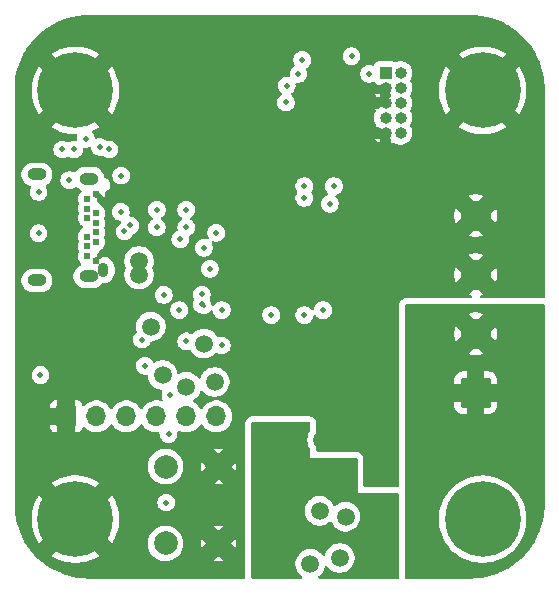
<source format=gbr>
%TF.GenerationSoftware,KiCad,Pcbnew,9.0.0*%
%TF.CreationDate,2025-08-18T10:04:00-07:00*%
%TF.ProjectId,USB_C_Simple_Trig,5553425f-435f-4536-996d-706c655f5472,rev?*%
%TF.SameCoordinates,Original*%
%TF.FileFunction,Copper,L6,Bot*%
%TF.FilePolarity,Positive*%
%FSLAX46Y46*%
G04 Gerber Fmt 4.6, Leading zero omitted, Abs format (unit mm)*
G04 Created by KiCad (PCBNEW 9.0.0) date 2025-08-18 10:04:00*
%MOMM*%
%LPD*%
G01*
G04 APERTURE LIST*
G04 Aperture macros list*
%AMRoundRect*
0 Rectangle with rounded corners*
0 $1 Rounding radius*
0 $2 $3 $4 $5 $6 $7 $8 $9 X,Y pos of 4 corners*
0 Add a 4 corners polygon primitive as box body*
4,1,4,$2,$3,$4,$5,$6,$7,$8,$9,$2,$3,0*
0 Add four circle primitives for the rounded corners*
1,1,$1+$1,$2,$3*
1,1,$1+$1,$4,$5*
1,1,$1+$1,$6,$7*
1,1,$1+$1,$8,$9*
0 Add four rect primitives between the rounded corners*
20,1,$1+$1,$2,$3,$4,$5,0*
20,1,$1+$1,$4,$5,$6,$7,0*
20,1,$1+$1,$6,$7,$8,$9,0*
20,1,$1+$1,$8,$9,$2,$3,0*%
G04 Aperture macros list end*
%TA.AperFunction,ComponentPad*%
%ADD10R,1.000000X1.000000*%
%TD*%
%TA.AperFunction,ComponentPad*%
%ADD11O,1.000000X1.000000*%
%TD*%
%TA.AperFunction,ComponentPad*%
%ADD12C,6.400000*%
%TD*%
%TA.AperFunction,ComponentPad*%
%ADD13C,2.000000*%
%TD*%
%TA.AperFunction,ComponentPad*%
%ADD14O,1.600200X1.016000*%
%TD*%
%TA.AperFunction,ComponentPad*%
%ADD15O,0.914400X1.193800*%
%TD*%
%TA.AperFunction,ComponentPad*%
%ADD16C,0.609600*%
%TD*%
%TA.AperFunction,ComponentPad*%
%ADD17RoundRect,0.250000X1.050000X-1.050000X1.050000X1.050000X-1.050000X1.050000X-1.050000X-1.050000X0*%
%TD*%
%TA.AperFunction,ComponentPad*%
%ADD18C,2.600000*%
%TD*%
%TA.AperFunction,ComponentPad*%
%ADD19R,1.700000X1.700000*%
%TD*%
%TA.AperFunction,ComponentPad*%
%ADD20O,1.700000X1.700000*%
%TD*%
%TA.AperFunction,ViaPad*%
%ADD21C,1.500000*%
%TD*%
%TA.AperFunction,ViaPad*%
%ADD22C,0.500000*%
%TD*%
%TA.AperFunction,ViaPad*%
%ADD23C,0.900000*%
%TD*%
%TA.AperFunction,ViaPad*%
%ADD24C,0.700000*%
%TD*%
%TA.AperFunction,Conductor*%
%ADD25C,0.500000*%
%TD*%
%TA.AperFunction,Conductor*%
%ADD26C,0.550000*%
%TD*%
%TA.AperFunction,Conductor*%
%ADD27C,0.300000*%
%TD*%
%TA.AperFunction,Conductor*%
%ADD28C,0.200000*%
%TD*%
G04 APERTURE END LIST*
D10*
%TO.P,J4,1,VTref*%
%TO.N,+3V3*%
X149375000Y-87920000D03*
D11*
%TO.P,J4,2,SWDIO/TMS*%
%TO.N,/MCU/SWDIO*%
X150645000Y-87920000D03*
%TO.P,J4,3,GND*%
%TO.N,GND*%
X149375000Y-89190000D03*
%TO.P,J4,4,SWCLK/TCK*%
%TO.N,/MCU/SWCLK*%
X150645000Y-89190000D03*
%TO.P,J4,5,GND*%
%TO.N,GND*%
X149375000Y-90460000D03*
%TO.P,J4,6,SWO/TDO*%
%TO.N,unconnected-(J4-SWO{slash}TDO-Pad6)*%
X150645000Y-90460000D03*
%TO.P,J4,7,KEY*%
%TO.N,unconnected-(J4-KEY-Pad7)*%
X149375000Y-91730000D03*
%TO.P,J4,8,NC/TDI*%
%TO.N,unconnected-(J4-NC{slash}TDI-Pad8)*%
X150645000Y-91730000D03*
%TO.P,J4,9,GNDDetect*%
%TO.N,GND*%
X149375000Y-93000000D03*
%TO.P,J4,10,~{RESET}*%
%TO.N,/MCU/NRST*%
X150645000Y-93000000D03*
%TD*%
D12*
%TO.P,H4,1,1*%
%TO.N,GND*%
X123100000Y-125700000D03*
%TD*%
D13*
%TO.P,SW1,1,1*%
%TO.N,GND*%
X135250000Y-121250000D03*
X135250000Y-127750000D03*
%TO.P,SW1,2,2*%
%TO.N,/MCU/NRST*%
X130750000Y-121250000D03*
X130750000Y-127750000D03*
%TD*%
D14*
%TO.P,J1,25*%
%TO.N,N/C*%
X124247400Y-96876201D03*
%TO.P,J1,26*%
X119847400Y-96516199D03*
%TO.P,J1,27*%
X124247400Y-105136199D03*
%TO.P,J1,28*%
X119847400Y-105496201D03*
D15*
%TO.P,J1,29*%
X125487400Y-104606200D03*
D16*
%TO.P,J1,B1,GND*%
%TO.N,GND*%
X124837400Y-103806393D03*
%TO.P,J1,B2,TX2+*%
%TO.N,unconnected-(J1-TX2+-PadB2)*%
X124137400Y-103406267D03*
%TO.P,J1,B3,TX2-*%
%TO.N,unconnected-(J1-TX2--PadB3)*%
X124137400Y-102606141D03*
%TO.P,J1,B4,VBUS*%
%TO.N,VBUS*%
X124837400Y-102206015D03*
%TO.P,J1,B5,CC2*%
%TO.N,/USB_C_IC/CC2*%
X124137400Y-101781389D03*
%TO.P,J1,B6,D+*%
%TO.N,/USB_C_IC/data_+*%
X124837400Y-101418763D03*
%TO.P,J1,B7,D-*%
%TO.N,/USB_C_IC/data_-*%
X124837400Y-100618637D03*
%TO.P,J1,B8,SBU2*%
%TO.N,unconnected-(J1-SBU2-PadB8)*%
X124137400Y-100181011D03*
%TO.P,J1,B9,VBUS*%
%TO.N,VBUS*%
X124837400Y-99806385D03*
%TO.P,J1,B10,RX1-*%
%TO.N,unconnected-(J1-RX1--PadB10)*%
X124137400Y-99406259D03*
%TO.P,J1,B11,RX1+*%
%TO.N,unconnected-(J1-RX1+-PadB11)*%
X124137400Y-98606133D03*
%TO.P,J1,B12,GND*%
%TO.N,GND*%
X124837400Y-98206007D03*
%TD*%
D12*
%TO.P,H3,1,1*%
%TO.N,GND*%
X123100000Y-89400000D03*
%TD*%
D17*
%TO.P,J2,1,Pin_1*%
%TO.N,VOUT*%
X157000000Y-115000000D03*
D18*
%TO.P,J2,2,Pin_2*%
X157000000Y-110000000D03*
%TO.P,J2,3,Pin_3*%
%TO.N,GND*%
X157000000Y-105000000D03*
%TO.P,J2,4,Pin_4*%
X157000000Y-100000000D03*
%TD*%
D19*
%TO.P,J3,1,Pin_1*%
%TO.N,GND*%
X122340000Y-117000000D03*
D20*
%TO.P,J3,2,Pin_2*%
%TO.N,unconnected-(J3-Pin_2-Pad2)*%
X124880000Y-117000000D03*
%TO.P,J3,3,Pin_3*%
%TO.N,unconnected-(J3-Pin_3-Pad3)*%
X127420000Y-117000000D03*
%TO.P,J3,4,Pin_4*%
%TO.N,/MCU/UART_RX*%
X129960000Y-117000000D03*
%TO.P,J3,5,Pin_5*%
%TO.N,/MCU/UART_TX*%
X132500000Y-117000000D03*
%TO.P,J3,6,Pin_6*%
%TO.N,unconnected-(J3-Pin_6-Pad6)*%
X135040000Y-117000000D03*
%TD*%
D12*
%TO.P,H1,1,1*%
%TO.N,GND*%
X157600000Y-89400000D03*
%TD*%
%TO.P,H2,1,1*%
%TO.N,GND*%
X157600000Y-125700000D03*
%TD*%
D21*
%TO.N,VBUS*%
X134000000Y-110849000D03*
D22*
%TO.N,Net-(IC1-VOUT)*%
X135500000Y-111000000D03*
D21*
%TO.N,VBUS*%
X129500000Y-109400000D03*
%TO.N,Net-(IC1-VCC)*%
X130500000Y-113500000D03*
D22*
%TO.N,Net-(Q1-G)*%
X129000000Y-112708619D03*
D21*
%TO.N,Net-(IC1-VCC)*%
X146000000Y-125500000D03*
X143000000Y-129490674D03*
X145500000Y-129000000D03*
%TO.N,VOUT*%
X152000000Y-126000000D03*
X152000000Y-129991674D03*
X157000000Y-120500000D03*
X153500000Y-120500000D03*
X152500000Y-124000000D03*
%TO.N,Net-(Q1-D)*%
X140582114Y-129490674D03*
X145000000Y-121700000D03*
X149500000Y-125000000D03*
X141500000Y-119500000D03*
%TO.N,Net-(IC1-VCC)*%
X143800000Y-125000000D03*
X132500000Y-114500000D03*
D22*
%TO.N,/MCU/NRST*%
X120153000Y-113500000D03*
D21*
%TO.N,Net-(IC1-VCC)*%
X134912500Y-114087500D03*
D22*
%TO.N,GND*%
X126850000Y-98250000D03*
X125157898Y-103400000D03*
X150000000Y-107500000D03*
X126750000Y-97700000D03*
X126650000Y-105550000D03*
X141000000Y-99500000D03*
X123103000Y-104024270D03*
X151000000Y-105500000D03*
X127000000Y-104200000D03*
X136900000Y-93500000D03*
D21*
X144000000Y-119000000D03*
D22*
X123103000Y-103200000D03*
X126729529Y-103794375D03*
X120753000Y-111500000D03*
X137500000Y-109000000D03*
X137750000Y-105925000D03*
D23*
X127400000Y-97750000D03*
D22*
X123150000Y-97950000D03*
D21*
X142500000Y-114500000D03*
D22*
X128000000Y-92500000D03*
X125400000Y-106200000D03*
D24*
X131637500Y-87350000D03*
D23*
X127900000Y-98400000D03*
D22*
X141000000Y-106000000D03*
X126317576Y-97399866D03*
X123150000Y-98950000D03*
X149500000Y-97500000D03*
X126900000Y-104750000D03*
X135000000Y-100500000D03*
D21*
%TO.N,VBUS*%
X128500000Y-105000000D03*
X128500000Y-103850000D03*
D22*
X126946902Y-99679011D03*
%TO.N,+5V*%
X132500000Y-99500000D03*
X132500000Y-101000000D03*
X142500000Y-98500000D03*
X134500000Y-104500000D03*
X144654000Y-99000000D03*
X134000000Y-102725000D03*
%TO.N,+3V3*%
X142500000Y-97500000D03*
X142000000Y-88000000D03*
X145000000Y-97500000D03*
X148000000Y-88000000D03*
X146500000Y-86500000D03*
X141000000Y-89000000D03*
%TO.N,/MCU/STATUS_LED*%
X123000000Y-94400000D03*
X122602000Y-97000000D03*
%TO.N,Net-(IC1-LED)*%
X135500000Y-108000000D03*
X139689468Y-108423000D03*
X128750000Y-110500000D03*
X131900000Y-108000000D03*
%TO.N,Net-(IC1-VOUT)*%
X133825735Y-107522794D03*
%TO.N,/MCU/NRST*%
X142325735Y-86825735D03*
X130800000Y-124300000D03*
X140943236Y-90423265D03*
%TO.N,/MCU/I2C_SCL*%
X142500000Y-108423000D03*
X144077000Y-108000000D03*
%TO.N,Net-(Q1-G)*%
X130587500Y-106715442D03*
X131000000Y-118500000D03*
X131161000Y-115199000D03*
%TO.N,Net-(IC1-VCC)*%
X133825735Y-106674265D03*
X132500000Y-110650000D03*
%TO.N,/USB_C_IC/CC2*%
X125185202Y-94185201D03*
X126000000Y-94400000D03*
X122000000Y-94400000D03*
X130000000Y-101000000D03*
X132000000Y-102000000D03*
X135043015Y-101456985D03*
X120000000Y-98000000D03*
X124000000Y-93500000D03*
X127000000Y-96617201D03*
X130000000Y-99500000D03*
X120000000Y-101500000D03*
%TO.N,/USB_C_IC/data_-*%
X127774626Y-100833011D03*
%TO.N,/USB_C_IC/data_+*%
X127269003Y-101343698D03*
D21*
%TO.N,Net-(Q1-D)*%
X140500000Y-126000000D03*
X139500000Y-119500000D03*
%TD*%
D25*
%TO.N,GND*%
X124837400Y-103806393D02*
X124837400Y-103720498D01*
X124868793Y-98237400D02*
X124837400Y-98206007D01*
D26*
%TO.N,VBUS*%
X124837400Y-102206015D02*
X124843852Y-102199563D01*
X128500000Y-103850000D02*
X128176720Y-103850000D01*
X128250000Y-105000000D02*
X128500000Y-105000000D01*
X128500000Y-104000000D02*
X128500000Y-105000000D01*
X128500000Y-103850000D02*
X128500626Y-103849374D01*
D27*
%TO.N,Net-(IC1-LED)*%
X131900000Y-108100000D02*
X131900000Y-108000000D01*
%TO.N,Net-(IC1-VOUT)*%
X133825735Y-107522794D02*
X134000000Y-107697059D01*
%TO.N,/MCU/NRST*%
X130800000Y-124300000D02*
X130750000Y-124350000D01*
D28*
%TO.N,/USB_C_IC/data_-*%
X127774626Y-100833011D02*
X127651210Y-100833011D01*
%TO.N,/USB_C_IC/data_+*%
X127269003Y-101343698D02*
X127169006Y-101243701D01*
%TD*%
%TA.AperFunction,Conductor*%
%TO.N,Net-(Q1-D)*%
G36*
X142943039Y-117519685D02*
G01*
X142988794Y-117572489D01*
X143000000Y-117624000D01*
X143000000Y-118208613D01*
X142980315Y-118275652D01*
X142976318Y-118281498D01*
X142930478Y-118344591D01*
X142841117Y-118519970D01*
X142780290Y-118707173D01*
X142749500Y-118901577D01*
X142749500Y-119098422D01*
X142780290Y-119292826D01*
X142841117Y-119480029D01*
X142930476Y-119655405D01*
X142976318Y-119718501D01*
X142999798Y-119784306D01*
X143000000Y-119791386D01*
X143000000Y-120500000D01*
X146876000Y-120500000D01*
X146943039Y-120519685D01*
X146988794Y-120572489D01*
X147000000Y-120624000D01*
X147000000Y-123500000D01*
X150370500Y-123500000D01*
X150437539Y-123519685D01*
X150483294Y-123572489D01*
X150494500Y-123624000D01*
X150494500Y-130617174D01*
X150474815Y-130684213D01*
X150422011Y-130729968D01*
X150370500Y-130741174D01*
X143787945Y-130741174D01*
X143720906Y-130721489D01*
X143675151Y-130668685D01*
X143665207Y-130599527D01*
X143694232Y-130535971D01*
X143715055Y-130516858D01*
X143814646Y-130444502D01*
X143953828Y-130305320D01*
X144069524Y-130146079D01*
X144158884Y-129970699D01*
X144219709Y-129783500D01*
X144227258Y-129735830D01*
X144257186Y-129672700D01*
X144316497Y-129635768D01*
X144386359Y-129636764D01*
X144444593Y-129675373D01*
X144450049Y-129682345D01*
X144546172Y-129814646D01*
X144685354Y-129953828D01*
X144844595Y-130069524D01*
X144927455Y-130111743D01*
X145019970Y-130158882D01*
X145019972Y-130158882D01*
X145019975Y-130158884D01*
X145120317Y-130191487D01*
X145207173Y-130219709D01*
X145401578Y-130250500D01*
X145401583Y-130250500D01*
X145598422Y-130250500D01*
X145792826Y-130219709D01*
X145980025Y-130158884D01*
X146155405Y-130069524D01*
X146314646Y-129953828D01*
X146453828Y-129814646D01*
X146569524Y-129655405D01*
X146658884Y-129480025D01*
X146719709Y-129292826D01*
X146734752Y-129197847D01*
X146750500Y-129098422D01*
X146750500Y-128901577D01*
X146719709Y-128707173D01*
X146664366Y-128536848D01*
X146658884Y-128519975D01*
X146658882Y-128519972D01*
X146658882Y-128519970D01*
X146569523Y-128344594D01*
X146560221Y-128331791D01*
X146453828Y-128185354D01*
X146314646Y-128046172D01*
X146155405Y-127930476D01*
X145980029Y-127841117D01*
X145792826Y-127780290D01*
X145598422Y-127749500D01*
X145598417Y-127749500D01*
X145401583Y-127749500D01*
X145401578Y-127749500D01*
X145207173Y-127780290D01*
X145019970Y-127841117D01*
X144844594Y-127930476D01*
X144753741Y-127996485D01*
X144685354Y-128046172D01*
X144685352Y-128046174D01*
X144685351Y-128046174D01*
X144546174Y-128185351D01*
X144546174Y-128185352D01*
X144546172Y-128185354D01*
X144506343Y-128240174D01*
X144430476Y-128344594D01*
X144341117Y-128519970D01*
X144280291Y-128707172D01*
X144272741Y-128754841D01*
X144242811Y-128817975D01*
X144183500Y-128854906D01*
X144113637Y-128853908D01*
X144055405Y-128815298D01*
X144049950Y-128808328D01*
X143953828Y-128676028D01*
X143814646Y-128536846D01*
X143655405Y-128421150D01*
X143480029Y-128331791D01*
X143292826Y-128270964D01*
X143098422Y-128240174D01*
X143098417Y-128240174D01*
X142901583Y-128240174D01*
X142901578Y-128240174D01*
X142707173Y-128270964D01*
X142519970Y-128331791D01*
X142344594Y-128421150D01*
X142253741Y-128487159D01*
X142185354Y-128536846D01*
X142185352Y-128536848D01*
X142185351Y-128536848D01*
X142046174Y-128676025D01*
X142046174Y-128676026D01*
X142046172Y-128676028D01*
X142023544Y-128707173D01*
X141930476Y-128835268D01*
X141841117Y-129010644D01*
X141780290Y-129197847D01*
X141749500Y-129392251D01*
X141749500Y-129589096D01*
X141780290Y-129783500D01*
X141841117Y-129970703D01*
X141895315Y-130077072D01*
X141930476Y-130146079D01*
X142046172Y-130305320D01*
X142185354Y-130444502D01*
X142284942Y-130516857D01*
X142327606Y-130572186D01*
X142333585Y-130641800D01*
X142300979Y-130703595D01*
X142240140Y-130737952D01*
X142212055Y-130741174D01*
X138124000Y-130741174D01*
X138056961Y-130721489D01*
X138011206Y-130668685D01*
X138000000Y-130617174D01*
X138000000Y-124901577D01*
X142549500Y-124901577D01*
X142549500Y-125098422D01*
X142580290Y-125292826D01*
X142641117Y-125480029D01*
X142701439Y-125598417D01*
X142730476Y-125655405D01*
X142846172Y-125814646D01*
X142985354Y-125953828D01*
X143144595Y-126069524D01*
X143227455Y-126111743D01*
X143319970Y-126158882D01*
X143319972Y-126158882D01*
X143319975Y-126158884D01*
X143352257Y-126169373D01*
X143507173Y-126219709D01*
X143701578Y-126250500D01*
X143701583Y-126250500D01*
X143898422Y-126250500D01*
X144092826Y-126219709D01*
X144280025Y-126158884D01*
X144455405Y-126069524D01*
X144614646Y-125953828D01*
X144636070Y-125932403D01*
X144697390Y-125898918D01*
X144767082Y-125903901D01*
X144823017Y-125945772D01*
X144838591Y-125975806D01*
X144839255Y-125975532D01*
X144841115Y-125980023D01*
X144841116Y-125980025D01*
X144930476Y-126155405D01*
X145046172Y-126314646D01*
X145185354Y-126453828D01*
X145344595Y-126569524D01*
X145427455Y-126611743D01*
X145519970Y-126658882D01*
X145519972Y-126658882D01*
X145519975Y-126658884D01*
X145620317Y-126691487D01*
X145707173Y-126719709D01*
X145901578Y-126750500D01*
X145901583Y-126750500D01*
X146098422Y-126750500D01*
X146292826Y-126719709D01*
X146480025Y-126658884D01*
X146655405Y-126569524D01*
X146814646Y-126453828D01*
X146953828Y-126314646D01*
X147069524Y-126155405D01*
X147158884Y-125980025D01*
X147219709Y-125792826D01*
X147221608Y-125780836D01*
X147250500Y-125598422D01*
X147250500Y-125401577D01*
X147219709Y-125207173D01*
X147184373Y-125098422D01*
X147158884Y-125019975D01*
X147158882Y-125019972D01*
X147158882Y-125019970D01*
X147109346Y-124922751D01*
X147069524Y-124844595D01*
X146953828Y-124685354D01*
X146814646Y-124546172D01*
X146655405Y-124430476D01*
X146480029Y-124341117D01*
X146292826Y-124280290D01*
X146098422Y-124249500D01*
X146098417Y-124249500D01*
X145901583Y-124249500D01*
X145901578Y-124249500D01*
X145707173Y-124280290D01*
X145519970Y-124341117D01*
X145344594Y-124430476D01*
X145299930Y-124462927D01*
X145185354Y-124546172D01*
X145185352Y-124546174D01*
X145185350Y-124546175D01*
X145163927Y-124567598D01*
X145102604Y-124601082D01*
X145032912Y-124596096D01*
X144976979Y-124554223D01*
X144961411Y-124524192D01*
X144960745Y-124524468D01*
X144958884Y-124519976D01*
X144958884Y-124519975D01*
X144869524Y-124344595D01*
X144753828Y-124185354D01*
X144614646Y-124046172D01*
X144455405Y-123930476D01*
X144280029Y-123841117D01*
X144092826Y-123780290D01*
X143898422Y-123749500D01*
X143898417Y-123749500D01*
X143701583Y-123749500D01*
X143701578Y-123749500D01*
X143507173Y-123780290D01*
X143319970Y-123841117D01*
X143144594Y-123930476D01*
X143053741Y-123996485D01*
X142985354Y-124046172D01*
X142985352Y-124046174D01*
X142985351Y-124046174D01*
X142846174Y-124185351D01*
X142846174Y-124185352D01*
X142846172Y-124185354D01*
X142799567Y-124249500D01*
X142730476Y-124344594D01*
X142641117Y-124519970D01*
X142580290Y-124707173D01*
X142549500Y-124901577D01*
X138000000Y-124901577D01*
X138000000Y-117624000D01*
X138019685Y-117556961D01*
X138072489Y-117511206D01*
X138124000Y-117500000D01*
X142876000Y-117500000D01*
X142943039Y-117519685D01*
G37*
%TD.AperFunction*%
%TD*%
%TA.AperFunction,Conductor*%
%TO.N,VOUT*%
G36*
X162792538Y-107519685D02*
G01*
X162838293Y-107572489D01*
X162849499Y-107624000D01*
X162849499Y-124439391D01*
X162849412Y-124444027D01*
X162832060Y-124907803D01*
X162831367Y-124917050D01*
X162779662Y-125375957D01*
X162778280Y-125385127D01*
X162692426Y-125838887D01*
X162690363Y-125847927D01*
X162570838Y-126294007D01*
X162568105Y-126302868D01*
X162415577Y-126738772D01*
X162412189Y-126747404D01*
X162227514Y-127170687D01*
X162223490Y-127179042D01*
X162007706Y-127587327D01*
X162003070Y-127595358D01*
X161757367Y-127986394D01*
X161752143Y-127994056D01*
X161477909Y-128365631D01*
X161472128Y-128372880D01*
X161170893Y-128722924D01*
X161164585Y-128729722D01*
X160838039Y-129056269D01*
X160831242Y-129062576D01*
X160481201Y-129363812D01*
X160473951Y-129369594D01*
X160102376Y-129643829D01*
X160094714Y-129649053D01*
X159703678Y-129894758D01*
X159695647Y-129899394D01*
X159287368Y-130115176D01*
X159279014Y-130119200D01*
X158855714Y-130303885D01*
X158847082Y-130307272D01*
X158411203Y-130459794D01*
X158402341Y-130462528D01*
X157956247Y-130582058D01*
X157947207Y-130584121D01*
X157493452Y-130669976D01*
X157484283Y-130671358D01*
X157025373Y-130723065D01*
X157016126Y-130723758D01*
X156553020Y-130741087D01*
X156548383Y-130741174D01*
X151124000Y-130741174D01*
X151056961Y-130721489D01*
X151011206Y-130668685D01*
X151000000Y-130617174D01*
X151000000Y-125518209D01*
X153899500Y-125518209D01*
X153899500Y-125881790D01*
X153935137Y-126243630D01*
X154006064Y-126600212D01*
X154006067Y-126600223D01*
X154111614Y-126948165D01*
X154250754Y-127284078D01*
X154250756Y-127284083D01*
X154422140Y-127604720D01*
X154422151Y-127604738D01*
X154624140Y-127907035D01*
X154624150Y-127907049D01*
X154854807Y-128188106D01*
X155111893Y-128445192D01*
X155111898Y-128445196D01*
X155111899Y-128445197D01*
X155392956Y-128675854D01*
X155695268Y-128877853D01*
X155695277Y-128877858D01*
X155695279Y-128877859D01*
X156015916Y-129049243D01*
X156015918Y-129049243D01*
X156015924Y-129049247D01*
X156351836Y-129188386D01*
X156699767Y-129293930D01*
X156699773Y-129293931D01*
X156699776Y-129293932D01*
X156699787Y-129293935D01*
X157051090Y-129363812D01*
X157056369Y-129364862D01*
X157418206Y-129400500D01*
X157418209Y-129400500D01*
X157781791Y-129400500D01*
X157781794Y-129400500D01*
X158143631Y-129364862D01*
X158213045Y-129351054D01*
X158500212Y-129293935D01*
X158500223Y-129293932D01*
X158500223Y-129293931D01*
X158500233Y-129293930D01*
X158848164Y-129188386D01*
X159184076Y-129049247D01*
X159504732Y-128877853D01*
X159807044Y-128675854D01*
X160088101Y-128445197D01*
X160345197Y-128188101D01*
X160575854Y-127907044D01*
X160777853Y-127604732D01*
X160949247Y-127284076D01*
X161088386Y-126948164D01*
X161193930Y-126600233D01*
X161193932Y-126600223D01*
X161193935Y-126600212D01*
X161264862Y-126243630D01*
X161300500Y-125881790D01*
X161300500Y-125518209D01*
X161286489Y-125375957D01*
X161264862Y-125156369D01*
X161193935Y-124799787D01*
X161193932Y-124799776D01*
X161193931Y-124799773D01*
X161193930Y-124799767D01*
X161088386Y-124451836D01*
X160949247Y-124115924D01*
X160777853Y-123795268D01*
X160575854Y-123492956D01*
X160345197Y-123211899D01*
X160345196Y-123211898D01*
X160345192Y-123211893D01*
X160088106Y-122954807D01*
X159807049Y-122724150D01*
X159807048Y-122724149D01*
X159807044Y-122724146D01*
X159504732Y-122522147D01*
X159504727Y-122522144D01*
X159504720Y-122522140D01*
X159184083Y-122350756D01*
X159184078Y-122350754D01*
X158848165Y-122211614D01*
X158500223Y-122106067D01*
X158500212Y-122106064D01*
X158143630Y-122035137D01*
X157871111Y-122008296D01*
X157781794Y-121999500D01*
X157418206Y-121999500D01*
X157335679Y-122007628D01*
X157056369Y-122035137D01*
X156699787Y-122106064D01*
X156699776Y-122106067D01*
X156351834Y-122211614D01*
X156015921Y-122350754D01*
X156015916Y-122350756D01*
X155695279Y-122522140D01*
X155695261Y-122522151D01*
X155392964Y-122724140D01*
X155392950Y-122724150D01*
X155111893Y-122954807D01*
X154854807Y-123211893D01*
X154624150Y-123492950D01*
X154624140Y-123492964D01*
X154422151Y-123795261D01*
X154422140Y-123795279D01*
X154250756Y-124115916D01*
X154250754Y-124115921D01*
X154111614Y-124451834D01*
X154006067Y-124799776D01*
X154006064Y-124799787D01*
X153935137Y-125156369D01*
X153899500Y-125518209D01*
X151000000Y-125518209D01*
X151000000Y-116099986D01*
X155200001Y-116099986D01*
X155210494Y-116202697D01*
X155265641Y-116369119D01*
X155265643Y-116369124D01*
X155357684Y-116518345D01*
X155481654Y-116642315D01*
X155630875Y-116734356D01*
X155630880Y-116734358D01*
X155797302Y-116789505D01*
X155797309Y-116789506D01*
X155900019Y-116799999D01*
X156249999Y-116799999D01*
X157750000Y-116799999D01*
X158099972Y-116799999D01*
X158099986Y-116799998D01*
X158202697Y-116789505D01*
X158369119Y-116734358D01*
X158369124Y-116734356D01*
X158518345Y-116642315D01*
X158642315Y-116518345D01*
X158734356Y-116369124D01*
X158734358Y-116369119D01*
X158789505Y-116202697D01*
X158789506Y-116202690D01*
X158799999Y-116099986D01*
X158800000Y-116099973D01*
X158800000Y-115750000D01*
X157750000Y-115750000D01*
X157750000Y-116799999D01*
X156249999Y-116799999D01*
X156250000Y-116799998D01*
X156250000Y-115750000D01*
X155200001Y-115750000D01*
X155200001Y-116099986D01*
X151000000Y-116099986D01*
X151000000Y-114935981D01*
X156350000Y-114935981D01*
X156350000Y-115064019D01*
X156374979Y-115189598D01*
X156423978Y-115307890D01*
X156495112Y-115414351D01*
X156585649Y-115504888D01*
X156692110Y-115576022D01*
X156810402Y-115625021D01*
X156935981Y-115650000D01*
X157064019Y-115650000D01*
X157189598Y-115625021D01*
X157307890Y-115576022D01*
X157414351Y-115504888D01*
X157504888Y-115414351D01*
X157576022Y-115307890D01*
X157625021Y-115189598D01*
X157650000Y-115064019D01*
X157650000Y-114935981D01*
X157625021Y-114810402D01*
X157576022Y-114692110D01*
X157504888Y-114585649D01*
X157414351Y-114495112D01*
X157307890Y-114423978D01*
X157189598Y-114374979D01*
X157064019Y-114350000D01*
X156935981Y-114350000D01*
X156810402Y-114374979D01*
X156692110Y-114423978D01*
X156585649Y-114495112D01*
X156495112Y-114585649D01*
X156423978Y-114692110D01*
X156374979Y-114810402D01*
X156350000Y-114935981D01*
X151000000Y-114935981D01*
X151000000Y-113900013D01*
X155200000Y-113900013D01*
X155200000Y-114250000D01*
X156250000Y-114250000D01*
X157750000Y-114250000D01*
X158799999Y-114250000D01*
X158799999Y-113900028D01*
X158799998Y-113900013D01*
X158789505Y-113797302D01*
X158734358Y-113630880D01*
X158734356Y-113630875D01*
X158642315Y-113481654D01*
X158518345Y-113357684D01*
X158369124Y-113265643D01*
X158369119Y-113265641D01*
X158202697Y-113210494D01*
X158202690Y-113210493D01*
X158099986Y-113200000D01*
X157750000Y-113200000D01*
X157750000Y-114250000D01*
X156250000Y-114250000D01*
X156250000Y-113200000D01*
X155900028Y-113200000D01*
X155900012Y-113200001D01*
X155797302Y-113210494D01*
X155630880Y-113265641D01*
X155630875Y-113265643D01*
X155481654Y-113357684D01*
X155357684Y-113481654D01*
X155265643Y-113630875D01*
X155265641Y-113630880D01*
X155210494Y-113797302D01*
X155210493Y-113797309D01*
X155200000Y-113900013D01*
X151000000Y-113900013D01*
X151000000Y-111688319D01*
X156372338Y-111688319D01*
X156372338Y-111688320D01*
X156420152Y-111708125D01*
X156420165Y-111708129D01*
X156648087Y-111769201D01*
X156882014Y-111799999D01*
X156882029Y-111800000D01*
X157117971Y-111800000D01*
X157117985Y-111799999D01*
X157351914Y-111769200D01*
X157579834Y-111708130D01*
X157627660Y-111688319D01*
X157000001Y-111060660D01*
X157000000Y-111060660D01*
X156372338Y-111688319D01*
X151000000Y-111688319D01*
X151000000Y-109882014D01*
X155200000Y-109882014D01*
X155200000Y-110117985D01*
X155230798Y-110351912D01*
X155291871Y-110579837D01*
X155311678Y-110627660D01*
X155311679Y-110627660D01*
X155939340Y-110000000D01*
X155939340Y-109999999D01*
X155875322Y-109935981D01*
X156350000Y-109935981D01*
X156350000Y-110064019D01*
X156374979Y-110189598D01*
X156423978Y-110307890D01*
X156495112Y-110414351D01*
X156585649Y-110504888D01*
X156692110Y-110576022D01*
X156810402Y-110625021D01*
X156935981Y-110650000D01*
X157064019Y-110650000D01*
X157189598Y-110625021D01*
X157307890Y-110576022D01*
X157414351Y-110504888D01*
X157504888Y-110414351D01*
X157576022Y-110307890D01*
X157625021Y-110189598D01*
X157650000Y-110064019D01*
X157650000Y-109999999D01*
X158060660Y-109999999D01*
X158060660Y-110000000D01*
X158688319Y-110627660D01*
X158708130Y-110579834D01*
X158769200Y-110351914D01*
X158799999Y-110117985D01*
X158800000Y-110117971D01*
X158800000Y-109882028D01*
X158799999Y-109882014D01*
X158769201Y-109648087D01*
X158708129Y-109420165D01*
X158708125Y-109420152D01*
X158688320Y-109372338D01*
X158688319Y-109372338D01*
X158060660Y-109999999D01*
X157650000Y-109999999D01*
X157650000Y-109935981D01*
X157625021Y-109810402D01*
X157576022Y-109692110D01*
X157504888Y-109585649D01*
X157414351Y-109495112D01*
X157307890Y-109423978D01*
X157189598Y-109374979D01*
X157064019Y-109350000D01*
X156935981Y-109350000D01*
X156810402Y-109374979D01*
X156692110Y-109423978D01*
X156585649Y-109495112D01*
X156495112Y-109585649D01*
X156423978Y-109692110D01*
X156374979Y-109810402D01*
X156350000Y-109935981D01*
X155875322Y-109935981D01*
X155311679Y-109372338D01*
X155291872Y-109420159D01*
X155291868Y-109420170D01*
X155230798Y-109648087D01*
X155200000Y-109882014D01*
X151000000Y-109882014D01*
X151000000Y-108311679D01*
X156372338Y-108311679D01*
X157000000Y-108939340D01*
X157000001Y-108939340D01*
X157627660Y-108311679D01*
X157627660Y-108311678D01*
X157579837Y-108291871D01*
X157351912Y-108230798D01*
X157117985Y-108200000D01*
X156882014Y-108200000D01*
X156648087Y-108230798D01*
X156420170Y-108291868D01*
X156420159Y-108291872D01*
X156372338Y-108311679D01*
X151000000Y-108311679D01*
X151000000Y-107624000D01*
X151019685Y-107556961D01*
X151072489Y-107511206D01*
X151124000Y-107500000D01*
X162725499Y-107500000D01*
X162792538Y-107519685D01*
G37*
%TD.AperFunction*%
%TD*%
%TA.AperFunction,Conductor*%
%TO.N,GND*%
G36*
X156552324Y-83000587D02*
G01*
X156585205Y-83001817D01*
X157016140Y-83017942D01*
X157025356Y-83018632D01*
X157484289Y-83070341D01*
X157493442Y-83071721D01*
X157947224Y-83157581D01*
X157956227Y-83159635D01*
X158402325Y-83279167D01*
X158411182Y-83281899D01*
X158847088Y-83434429D01*
X158855720Y-83437817D01*
X159279008Y-83622496D01*
X159287362Y-83626520D01*
X159695640Y-83842301D01*
X159703671Y-83846937D01*
X160094707Y-84092641D01*
X160102369Y-84097865D01*
X160473949Y-84372104D01*
X160481187Y-84377876D01*
X160831233Y-84679115D01*
X160838030Y-84685422D01*
X161164577Y-85011969D01*
X161170884Y-85018766D01*
X161472118Y-85368806D01*
X161477900Y-85376056D01*
X161752134Y-85747630D01*
X161757358Y-85755292D01*
X162003062Y-86146328D01*
X162007698Y-86154359D01*
X162223479Y-86562637D01*
X162227503Y-86570991D01*
X162412182Y-86994279D01*
X162415570Y-87002911D01*
X162568100Y-87438817D01*
X162570833Y-87447678D01*
X162690358Y-87893750D01*
X162692421Y-87902791D01*
X162778277Y-88356550D01*
X162779659Y-88365719D01*
X162831365Y-88824625D01*
X162832058Y-88833873D01*
X162849412Y-89297673D01*
X162849499Y-89302309D01*
X162849499Y-106870500D01*
X162829814Y-106937539D01*
X162777010Y-106983294D01*
X162725499Y-106994500D01*
X157452961Y-106994500D01*
X157385922Y-106974815D01*
X157340167Y-106922011D01*
X157330223Y-106852853D01*
X157359248Y-106789297D01*
X157418026Y-106751523D01*
X157420868Y-106750725D01*
X157579834Y-106708130D01*
X157627660Y-106688319D01*
X157000001Y-106060660D01*
X157000000Y-106060660D01*
X156372338Y-106688319D01*
X156372338Y-106688320D01*
X156420152Y-106708125D01*
X156420165Y-106708129D01*
X156579133Y-106750725D01*
X156638793Y-106787090D01*
X156669322Y-106849937D01*
X156661027Y-106919313D01*
X156616542Y-106973191D01*
X156549990Y-106994465D01*
X156547039Y-106994500D01*
X151124000Y-106994500D01*
X151123991Y-106994500D01*
X151123990Y-106994501D01*
X151016549Y-107006052D01*
X151016537Y-107006054D01*
X150965027Y-107017260D01*
X150862502Y-107051383D01*
X150862496Y-107051386D01*
X150741462Y-107129171D01*
X150741451Y-107129179D01*
X150688659Y-107174923D01*
X150594433Y-107283664D01*
X150594430Y-107283668D01*
X150534664Y-107414534D01*
X150514976Y-107481582D01*
X150494500Y-107624001D01*
X150494500Y-122870500D01*
X150474815Y-122937539D01*
X150422011Y-122983294D01*
X150370500Y-122994500D01*
X147629500Y-122994500D01*
X147562461Y-122974815D01*
X147516706Y-122922011D01*
X147505500Y-122870500D01*
X147505500Y-120624010D01*
X147505500Y-120624000D01*
X147493947Y-120516544D01*
X147482741Y-120465033D01*
X147482253Y-120463566D01*
X147448616Y-120362502D01*
X147448613Y-120362496D01*
X147390769Y-120272490D01*
X147370825Y-120241457D01*
X147370820Y-120241451D01*
X147325076Y-120188659D01*
X147325072Y-120188656D01*
X147325070Y-120188653D01*
X147216336Y-120094433D01*
X147216333Y-120094431D01*
X147216331Y-120094430D01*
X147085465Y-120034664D01*
X147085460Y-120034662D01*
X147085459Y-120034662D01*
X147018420Y-120014977D01*
X147018422Y-120014977D01*
X147018417Y-120014976D01*
X146970944Y-120008150D01*
X146876000Y-119994500D01*
X146875998Y-119994500D01*
X143629500Y-119994500D01*
X143562461Y-119974815D01*
X143516706Y-119922011D01*
X143505500Y-119870500D01*
X143505500Y-119791359D01*
X143505294Y-119776973D01*
X143505294Y-119776969D01*
X143505092Y-119769889D01*
X143504473Y-119755442D01*
X143475898Y-119614428D01*
X143452418Y-119548623D01*
X143385276Y-119421375D01*
X143368550Y-119398355D01*
X143358387Y-119381772D01*
X143314008Y-119294673D01*
X143306567Y-119276709D01*
X143276356Y-119183730D01*
X143271817Y-119164824D01*
X143256526Y-119068271D01*
X143255000Y-119048875D01*
X143255000Y-118951122D01*
X143256526Y-118931726D01*
X143271816Y-118835181D01*
X143276357Y-118816265D01*
X143306567Y-118723290D01*
X143314006Y-118705330D01*
X143358393Y-118618215D01*
X143368549Y-118601643D01*
X143385275Y-118578625D01*
X143393607Y-118566805D01*
X143397604Y-118560959D01*
X143405567Y-118548949D01*
X143465338Y-118418072D01*
X143485023Y-118351033D01*
X143485024Y-118351029D01*
X143505500Y-118208613D01*
X143505500Y-117624000D01*
X143493947Y-117516544D01*
X143482741Y-117465033D01*
X143481615Y-117461650D01*
X143448616Y-117362502D01*
X143448613Y-117362496D01*
X143370828Y-117241462D01*
X143370825Y-117241457D01*
X143328831Y-117192993D01*
X143325076Y-117188659D01*
X143325072Y-117188656D01*
X143325070Y-117188653D01*
X143216336Y-117094433D01*
X143216333Y-117094431D01*
X143216331Y-117094430D01*
X143085465Y-117034664D01*
X143085460Y-117034662D01*
X143085459Y-117034662D01*
X143018420Y-117014977D01*
X143018422Y-117014977D01*
X143018417Y-117014976D01*
X142956347Y-117006052D01*
X142876000Y-116994500D01*
X138124000Y-116994500D01*
X138123991Y-116994500D01*
X138123990Y-116994501D01*
X138016549Y-117006052D01*
X138016537Y-117006054D01*
X137965027Y-117017260D01*
X137862502Y-117051383D01*
X137862496Y-117051386D01*
X137741462Y-117129171D01*
X137741451Y-117129179D01*
X137688659Y-117174923D01*
X137594433Y-117283664D01*
X137594430Y-117283668D01*
X137534664Y-117414534D01*
X137514976Y-117481582D01*
X137509949Y-117516549D01*
X137494502Y-117623990D01*
X137494500Y-117624001D01*
X137494500Y-130617174D01*
X137474815Y-130684213D01*
X137422011Y-130729968D01*
X137370500Y-130741174D01*
X124260635Y-130741174D01*
X124255999Y-130741087D01*
X123792196Y-130723734D01*
X123782949Y-130723041D01*
X123324043Y-130671336D01*
X123314873Y-130669954D01*
X122861114Y-130584100D01*
X122852076Y-130582037D01*
X122674936Y-130534573D01*
X122405995Y-130462511D01*
X122397135Y-130459778D01*
X121961236Y-130307253D01*
X121952603Y-130303865D01*
X121529312Y-130119184D01*
X121520958Y-130115161D01*
X121112671Y-129899376D01*
X121104648Y-129894744D01*
X120713612Y-129649040D01*
X120705950Y-129643816D01*
X120461667Y-129463528D01*
X120334379Y-129369584D01*
X120327133Y-129363807D01*
X120245375Y-129293449D01*
X119977077Y-129062560D01*
X119970280Y-129056252D01*
X119643747Y-128729719D01*
X119637439Y-128722922D01*
X119627920Y-128711861D01*
X119336186Y-128372858D01*
X119330411Y-128365616D01*
X119301170Y-128325996D01*
X119056183Y-127994049D01*
X119050959Y-127986387D01*
X118805255Y-127595351D01*
X118800627Y-127587336D01*
X118584830Y-127179025D01*
X118580815Y-127170687D01*
X118471621Y-126920412D01*
X118396127Y-126747380D01*
X118392752Y-126738779D01*
X118240219Y-126302859D01*
X118237491Y-126294016D01*
X118117957Y-125847904D01*
X118115902Y-125838901D01*
X118055229Y-125518234D01*
X119400000Y-125518234D01*
X119400000Y-125881765D01*
X119435632Y-126243556D01*
X119506550Y-126600090D01*
X119506553Y-126600101D01*
X119612086Y-126947997D01*
X119751207Y-127283864D01*
X119751209Y-127283869D01*
X119922570Y-127604462D01*
X119922581Y-127604480D01*
X120007607Y-127731731D01*
X121570118Y-126169219D01*
X121617221Y-126314187D01*
X121731557Y-126538583D01*
X121879588Y-126742330D01*
X122057670Y-126920412D01*
X122261417Y-127068443D01*
X122485813Y-127182779D01*
X122630778Y-127229880D01*
X121068267Y-128792391D01*
X121195519Y-128877418D01*
X121195537Y-128877429D01*
X121516130Y-129048790D01*
X121516135Y-129048792D01*
X121852002Y-129187913D01*
X122199898Y-129293446D01*
X122199909Y-129293449D01*
X122556443Y-129364367D01*
X122918234Y-129400000D01*
X123281766Y-129400000D01*
X123643556Y-129364367D01*
X124000090Y-129293449D01*
X124000101Y-129293446D01*
X124347997Y-129187913D01*
X124683864Y-129048792D01*
X124683869Y-129048790D01*
X125004462Y-128877429D01*
X125004480Y-128877418D01*
X125131731Y-128792391D01*
X123569221Y-127229881D01*
X123714187Y-127182779D01*
X123938583Y-127068443D01*
X124142330Y-126920412D01*
X124320412Y-126742330D01*
X124468443Y-126538583D01*
X124582779Y-126314187D01*
X124629881Y-126169221D01*
X126192391Y-127731731D01*
X126259095Y-127631902D01*
X129249500Y-127631902D01*
X129249500Y-127868097D01*
X129286446Y-128101368D01*
X129359433Y-128325996D01*
X129466657Y-128536433D01*
X129605483Y-128727510D01*
X129772490Y-128894517D01*
X129963567Y-129033343D01*
X130020909Y-129062560D01*
X130174003Y-129140566D01*
X130174005Y-129140566D01*
X130174008Y-129140568D01*
X130294412Y-129179689D01*
X130398631Y-129213553D01*
X130631903Y-129250500D01*
X130631908Y-129250500D01*
X130868097Y-129250500D01*
X131101368Y-129213553D01*
X131141482Y-129200519D01*
X134860139Y-129200519D01*
X134860139Y-129200520D01*
X134898747Y-129213064D01*
X135131948Y-129250000D01*
X135368052Y-129250000D01*
X135601245Y-129213065D01*
X135639860Y-129200519D01*
X135250001Y-128810660D01*
X135250000Y-128810660D01*
X134860139Y-129200519D01*
X131141482Y-129200519D01*
X131325992Y-129140568D01*
X131536433Y-129033343D01*
X131727510Y-128894517D01*
X131894517Y-128727510D01*
X132033343Y-128536433D01*
X132140568Y-128325992D01*
X132213553Y-128101368D01*
X132231764Y-127986387D01*
X132250500Y-127868097D01*
X132250500Y-127631947D01*
X133750000Y-127631947D01*
X133750000Y-127868052D01*
X133786934Y-128101249D01*
X133799479Y-128139860D01*
X134189340Y-127750000D01*
X134189340Y-127749999D01*
X134116932Y-127677591D01*
X134700000Y-127677591D01*
X134700000Y-127822409D01*
X134737482Y-127962292D01*
X134809890Y-128087708D01*
X134912292Y-128190110D01*
X135037708Y-128262518D01*
X135177591Y-128300000D01*
X135322409Y-128300000D01*
X135462292Y-128262518D01*
X135587708Y-128190110D01*
X135690110Y-128087708D01*
X135762518Y-127962292D01*
X135800000Y-127822409D01*
X135800000Y-127749999D01*
X136310660Y-127749999D01*
X136310660Y-127750001D01*
X136700519Y-128139860D01*
X136713065Y-128101245D01*
X136750000Y-127868052D01*
X136750000Y-127631947D01*
X136713064Y-127398747D01*
X136700520Y-127360139D01*
X136700519Y-127360139D01*
X136310660Y-127749999D01*
X135800000Y-127749999D01*
X135800000Y-127677591D01*
X135762518Y-127537708D01*
X135690110Y-127412292D01*
X135587708Y-127309890D01*
X135462292Y-127237482D01*
X135322409Y-127200000D01*
X135177591Y-127200000D01*
X135037708Y-127237482D01*
X134912292Y-127309890D01*
X134809890Y-127412292D01*
X134737482Y-127537708D01*
X134700000Y-127677591D01*
X134116932Y-127677591D01*
X133799479Y-127360138D01*
X133786936Y-127398744D01*
X133786933Y-127398756D01*
X133750000Y-127631947D01*
X132250500Y-127631947D01*
X132250500Y-127631902D01*
X132213553Y-127398631D01*
X132176262Y-127283864D01*
X132140568Y-127174008D01*
X132140566Y-127174005D01*
X132140566Y-127174003D01*
X132033342Y-126963566D01*
X131894517Y-126772490D01*
X131727510Y-126605483D01*
X131536433Y-126466657D01*
X131476302Y-126436018D01*
X131325996Y-126359433D01*
X131141479Y-126299479D01*
X134860138Y-126299479D01*
X135250000Y-126689340D01*
X135250001Y-126689340D01*
X135639860Y-126299479D01*
X135601249Y-126286934D01*
X135368052Y-126250000D01*
X135131948Y-126250000D01*
X134898756Y-126286933D01*
X134898744Y-126286936D01*
X134860138Y-126299479D01*
X131141479Y-126299479D01*
X131101368Y-126286446D01*
X130868097Y-126249500D01*
X130868092Y-126249500D01*
X130631908Y-126249500D01*
X130631903Y-126249500D01*
X130398631Y-126286446D01*
X130174003Y-126359433D01*
X129963566Y-126466657D01*
X129864570Y-126538583D01*
X129772490Y-126605483D01*
X129772488Y-126605485D01*
X129772487Y-126605485D01*
X129605485Y-126772487D01*
X129605485Y-126772488D01*
X129605483Y-126772490D01*
X129601727Y-126777660D01*
X129466657Y-126963566D01*
X129359433Y-127174003D01*
X129286446Y-127398631D01*
X129249500Y-127631902D01*
X126259095Y-127631902D01*
X126277418Y-127604480D01*
X126277420Y-127604477D01*
X126296606Y-127568583D01*
X126296608Y-127568580D01*
X126448790Y-127283869D01*
X126448792Y-127283864D01*
X126587913Y-126947997D01*
X126693446Y-126600101D01*
X126693449Y-126600090D01*
X126764367Y-126243556D01*
X126800000Y-125881765D01*
X126800000Y-125518234D01*
X126764367Y-125156443D01*
X126693449Y-124799909D01*
X126693446Y-124799898D01*
X126587913Y-124452002D01*
X126555570Y-124373920D01*
X130049499Y-124373920D01*
X130078340Y-124518907D01*
X130078343Y-124518917D01*
X130134912Y-124655488D01*
X130134919Y-124655501D01*
X130217048Y-124778415D01*
X130217051Y-124778419D01*
X130321580Y-124882948D01*
X130321584Y-124882951D01*
X130444498Y-124965080D01*
X130444511Y-124965087D01*
X130581082Y-125021656D01*
X130581087Y-125021658D01*
X130581091Y-125021658D01*
X130581092Y-125021659D01*
X130726079Y-125050500D01*
X130726082Y-125050500D01*
X130873920Y-125050500D01*
X130971462Y-125031096D01*
X131018913Y-125021658D01*
X131155495Y-124965084D01*
X131278416Y-124882951D01*
X131382951Y-124778416D01*
X131465084Y-124655495D01*
X131521658Y-124518913D01*
X131537023Y-124441672D01*
X131550500Y-124373920D01*
X131550500Y-124226079D01*
X131521659Y-124081092D01*
X131521658Y-124081091D01*
X131521658Y-124081087D01*
X131511045Y-124055464D01*
X131465087Y-123944511D01*
X131465080Y-123944498D01*
X131382951Y-123821584D01*
X131382948Y-123821580D01*
X131278419Y-123717051D01*
X131278415Y-123717048D01*
X131155501Y-123634919D01*
X131155488Y-123634912D01*
X131018917Y-123578343D01*
X131018907Y-123578340D01*
X130873920Y-123549500D01*
X130873918Y-123549500D01*
X130726082Y-123549500D01*
X130726080Y-123549500D01*
X130581092Y-123578340D01*
X130581082Y-123578343D01*
X130444511Y-123634912D01*
X130444498Y-123634919D01*
X130321584Y-123717048D01*
X130321580Y-123717051D01*
X130217051Y-123821580D01*
X130217048Y-123821584D01*
X130134919Y-123944498D01*
X130134912Y-123944511D01*
X130078343Y-124081082D01*
X130078340Y-124081092D01*
X130049500Y-124226079D01*
X130049500Y-124226082D01*
X130049500Y-124373918D01*
X130049500Y-124373920D01*
X130049499Y-124373920D01*
X126555570Y-124373920D01*
X126511466Y-124267443D01*
X126448792Y-124116135D01*
X126448790Y-124116130D01*
X126277429Y-123795537D01*
X126277418Y-123795519D01*
X126192391Y-123668267D01*
X124629880Y-125230778D01*
X124582779Y-125085813D01*
X124468443Y-124861417D01*
X124320412Y-124657670D01*
X124142330Y-124479588D01*
X123938583Y-124331557D01*
X123714187Y-124217221D01*
X123569221Y-124170119D01*
X125131731Y-122607607D01*
X125004480Y-122522581D01*
X125004462Y-122522570D01*
X124683869Y-122351209D01*
X124683864Y-122351207D01*
X124347997Y-122212086D01*
X124000101Y-122106553D01*
X124000090Y-122106550D01*
X123643556Y-122035632D01*
X123281766Y-122000000D01*
X122918234Y-122000000D01*
X122556443Y-122035632D01*
X122199909Y-122106550D01*
X122199898Y-122106553D01*
X121852002Y-122212086D01*
X121516135Y-122351207D01*
X121516130Y-122351209D01*
X121195537Y-122522570D01*
X121195519Y-122522581D01*
X121068268Y-122607608D01*
X122630778Y-124170118D01*
X122485813Y-124217221D01*
X122261417Y-124331557D01*
X122057670Y-124479588D01*
X121879588Y-124657670D01*
X121731557Y-124861417D01*
X121617221Y-125085813D01*
X121570118Y-125230778D01*
X120007608Y-123668268D01*
X119922581Y-123795519D01*
X119922570Y-123795537D01*
X119751209Y-124116130D01*
X119751207Y-124116135D01*
X119612086Y-124452002D01*
X119506553Y-124799898D01*
X119506550Y-124799909D01*
X119435632Y-125156443D01*
X119400000Y-125518234D01*
X118055229Y-125518234D01*
X118030044Y-125385124D01*
X118028663Y-125375956D01*
X118011380Y-125222559D01*
X117976956Y-124917036D01*
X117976266Y-124907817D01*
X117958913Y-124444001D01*
X117958826Y-124439365D01*
X117958826Y-121131902D01*
X129249500Y-121131902D01*
X129249500Y-121368097D01*
X129286446Y-121601368D01*
X129359433Y-121825996D01*
X129448093Y-122000000D01*
X129466657Y-122036433D01*
X129605483Y-122227510D01*
X129772490Y-122394517D01*
X129963567Y-122533343D01*
X129999120Y-122551458D01*
X130174003Y-122640566D01*
X130174005Y-122640566D01*
X130174008Y-122640568D01*
X130294412Y-122679689D01*
X130398631Y-122713553D01*
X130631903Y-122750500D01*
X130631908Y-122750500D01*
X130868097Y-122750500D01*
X131101368Y-122713553D01*
X131141482Y-122700519D01*
X134860139Y-122700519D01*
X134860139Y-122700520D01*
X134898747Y-122713064D01*
X135131948Y-122750000D01*
X135368052Y-122750000D01*
X135601245Y-122713065D01*
X135639860Y-122700519D01*
X135250001Y-122310660D01*
X135250000Y-122310660D01*
X134860139Y-122700519D01*
X131141482Y-122700519D01*
X131179596Y-122688135D01*
X131325992Y-122640568D01*
X131536433Y-122533343D01*
X131727510Y-122394517D01*
X131894517Y-122227510D01*
X132033343Y-122036433D01*
X132140568Y-121825992D01*
X132213553Y-121601368D01*
X132215717Y-121587708D01*
X132250500Y-121368097D01*
X132250500Y-121131947D01*
X133750000Y-121131947D01*
X133750000Y-121368052D01*
X133786934Y-121601249D01*
X133799479Y-121639860D01*
X134189340Y-121250000D01*
X134189340Y-121249999D01*
X134116932Y-121177591D01*
X134700000Y-121177591D01*
X134700000Y-121322409D01*
X134737482Y-121462292D01*
X134809890Y-121587708D01*
X134912292Y-121690110D01*
X135037708Y-121762518D01*
X135177591Y-121800000D01*
X135322409Y-121800000D01*
X135462292Y-121762518D01*
X135587708Y-121690110D01*
X135690110Y-121587708D01*
X135762518Y-121462292D01*
X135800000Y-121322409D01*
X135800000Y-121249999D01*
X136310660Y-121249999D01*
X136310660Y-121250001D01*
X136700519Y-121639860D01*
X136713065Y-121601245D01*
X136750000Y-121368052D01*
X136750000Y-121131947D01*
X136713064Y-120898747D01*
X136700520Y-120860139D01*
X136700519Y-120860139D01*
X136310660Y-121249999D01*
X135800000Y-121249999D01*
X135800000Y-121177591D01*
X135762518Y-121037708D01*
X135690110Y-120912292D01*
X135587708Y-120809890D01*
X135462292Y-120737482D01*
X135322409Y-120700000D01*
X135177591Y-120700000D01*
X135037708Y-120737482D01*
X134912292Y-120809890D01*
X134809890Y-120912292D01*
X134737482Y-121037708D01*
X134700000Y-121177591D01*
X134116932Y-121177591D01*
X133799479Y-120860138D01*
X133786936Y-120898744D01*
X133786933Y-120898756D01*
X133750000Y-121131947D01*
X132250500Y-121131947D01*
X132250500Y-121131902D01*
X132213553Y-120898631D01*
X132140566Y-120674003D01*
X132084002Y-120562991D01*
X132033343Y-120463567D01*
X131894517Y-120272490D01*
X131727510Y-120105483D01*
X131536433Y-119966657D01*
X131476302Y-119936018D01*
X131325996Y-119859433D01*
X131141479Y-119799479D01*
X134860138Y-119799479D01*
X135250000Y-120189340D01*
X135250001Y-120189340D01*
X135639860Y-119799479D01*
X135601249Y-119786934D01*
X135368052Y-119750000D01*
X135131948Y-119750000D01*
X134898756Y-119786933D01*
X134898744Y-119786936D01*
X134860138Y-119799479D01*
X131141479Y-119799479D01*
X131101368Y-119786446D01*
X130868097Y-119749500D01*
X130868092Y-119749500D01*
X130631908Y-119749500D01*
X130631903Y-119749500D01*
X130398631Y-119786446D01*
X130174003Y-119859433D01*
X129963566Y-119966657D01*
X129897060Y-120014977D01*
X129772490Y-120105483D01*
X129772488Y-120105485D01*
X129772487Y-120105485D01*
X129605485Y-120272487D01*
X129605485Y-120272488D01*
X129605483Y-120272490D01*
X129545862Y-120354550D01*
X129466657Y-120463566D01*
X129359433Y-120674003D01*
X129286446Y-120898631D01*
X129249500Y-121131902D01*
X117958826Y-121131902D01*
X117958826Y-117897844D01*
X120990000Y-117897844D01*
X120996401Y-117957372D01*
X120996403Y-117957379D01*
X121046645Y-118092086D01*
X121046649Y-118092093D01*
X121132809Y-118207187D01*
X121132812Y-118207190D01*
X121247906Y-118293350D01*
X121247913Y-118293354D01*
X121382620Y-118343596D01*
X121382627Y-118343598D01*
X121442155Y-118349999D01*
X121442172Y-118350000D01*
X121590000Y-118350000D01*
X121590000Y-117750000D01*
X120990000Y-117750000D01*
X120990000Y-117897844D01*
X117958826Y-117897844D01*
X117958826Y-116934174D01*
X121840000Y-116934174D01*
X121840000Y-117065826D01*
X121874075Y-117192993D01*
X121939901Y-117307007D01*
X122032993Y-117400099D01*
X122147007Y-117465925D01*
X122274174Y-117500000D01*
X122405826Y-117500000D01*
X122532993Y-117465925D01*
X122647007Y-117400099D01*
X122740099Y-117307007D01*
X122805925Y-117192993D01*
X122840000Y-117065826D01*
X122840000Y-116934174D01*
X122805925Y-116807007D01*
X122740099Y-116692993D01*
X122647007Y-116599901D01*
X122532993Y-116534075D01*
X122405826Y-116500000D01*
X122274174Y-116500000D01*
X122147007Y-116534075D01*
X122032993Y-116599901D01*
X121939901Y-116692993D01*
X121874075Y-116807007D01*
X121840000Y-116934174D01*
X117958826Y-116934174D01*
X117958826Y-116102155D01*
X120990000Y-116102155D01*
X120990000Y-116250000D01*
X121590000Y-116250000D01*
X121590000Y-115650000D01*
X123090000Y-115650000D01*
X123090000Y-118350000D01*
X123237828Y-118350000D01*
X123237844Y-118349999D01*
X123297372Y-118343598D01*
X123297379Y-118343596D01*
X123432086Y-118293354D01*
X123432093Y-118293350D01*
X123547187Y-118207190D01*
X123547190Y-118207187D01*
X123633350Y-118092093D01*
X123633354Y-118092086D01*
X123682422Y-117960529D01*
X123724293Y-117904595D01*
X123789757Y-117880178D01*
X123858030Y-117895030D01*
X123886285Y-117916181D01*
X124000213Y-118030109D01*
X124172179Y-118155048D01*
X124172181Y-118155049D01*
X124172184Y-118155051D01*
X124361588Y-118251557D01*
X124563757Y-118317246D01*
X124773713Y-118350500D01*
X124773714Y-118350500D01*
X124986286Y-118350500D01*
X124986287Y-118350500D01*
X125196243Y-118317246D01*
X125398412Y-118251557D01*
X125587816Y-118155051D01*
X125674471Y-118092093D01*
X125759786Y-118030109D01*
X125759788Y-118030106D01*
X125759792Y-118030104D01*
X125910104Y-117879792D01*
X125910106Y-117879788D01*
X125910109Y-117879786D01*
X126035048Y-117707820D01*
X126035047Y-117707820D01*
X126035051Y-117707816D01*
X126039514Y-117699054D01*
X126087488Y-117648259D01*
X126155308Y-117631463D01*
X126221444Y-117653999D01*
X126260486Y-117699056D01*
X126264951Y-117707820D01*
X126389890Y-117879786D01*
X126540213Y-118030109D01*
X126712179Y-118155048D01*
X126712181Y-118155049D01*
X126712184Y-118155051D01*
X126901588Y-118251557D01*
X127103757Y-118317246D01*
X127313713Y-118350500D01*
X127313714Y-118350500D01*
X127526286Y-118350500D01*
X127526287Y-118350500D01*
X127736243Y-118317246D01*
X127938412Y-118251557D01*
X128127816Y-118155051D01*
X128214471Y-118092093D01*
X128299786Y-118030109D01*
X128299788Y-118030106D01*
X128299792Y-118030104D01*
X128450104Y-117879792D01*
X128450106Y-117879788D01*
X128450109Y-117879786D01*
X128575048Y-117707820D01*
X128575047Y-117707820D01*
X128575051Y-117707816D01*
X128579514Y-117699054D01*
X128627488Y-117648259D01*
X128695308Y-117631463D01*
X128761444Y-117653999D01*
X128800486Y-117699056D01*
X128804951Y-117707820D01*
X128929890Y-117879786D01*
X129080213Y-118030109D01*
X129252179Y-118155048D01*
X129252181Y-118155049D01*
X129252184Y-118155051D01*
X129441588Y-118251557D01*
X129643757Y-118317246D01*
X129853713Y-118350500D01*
X129853714Y-118350500D01*
X130066284Y-118350500D01*
X130066287Y-118350500D01*
X130106104Y-118344193D01*
X130175394Y-118353147D01*
X130228846Y-118398142D01*
X130249487Y-118464893D01*
X130249500Y-118466666D01*
X130249500Y-118573918D01*
X130249500Y-118573920D01*
X130249499Y-118573920D01*
X130278340Y-118718907D01*
X130278343Y-118718917D01*
X130334912Y-118855488D01*
X130334919Y-118855501D01*
X130417048Y-118978415D01*
X130417051Y-118978419D01*
X130521580Y-119082948D01*
X130521584Y-119082951D01*
X130644498Y-119165080D01*
X130644511Y-119165087D01*
X130781082Y-119221656D01*
X130781087Y-119221658D01*
X130781091Y-119221658D01*
X130781092Y-119221659D01*
X130926079Y-119250500D01*
X130926082Y-119250500D01*
X131073920Y-119250500D01*
X131171462Y-119231096D01*
X131218913Y-119221658D01*
X131355495Y-119165084D01*
X131478416Y-119082951D01*
X131582951Y-118978416D01*
X131665084Y-118855495D01*
X131721658Y-118718913D01*
X131744987Y-118601632D01*
X131750500Y-118573920D01*
X131750500Y-118426080D01*
X131735682Y-118351590D01*
X131741909Y-118281998D01*
X131784771Y-118226820D01*
X131850661Y-118203575D01*
X131913592Y-118216911D01*
X131981588Y-118251557D01*
X132183757Y-118317246D01*
X132393713Y-118350500D01*
X132393714Y-118350500D01*
X132606286Y-118350500D01*
X132606287Y-118350500D01*
X132816243Y-118317246D01*
X133018412Y-118251557D01*
X133207816Y-118155051D01*
X133294471Y-118092093D01*
X133379786Y-118030109D01*
X133379788Y-118030106D01*
X133379792Y-118030104D01*
X133530104Y-117879792D01*
X133530106Y-117879788D01*
X133530109Y-117879786D01*
X133655048Y-117707820D01*
X133655047Y-117707820D01*
X133655051Y-117707816D01*
X133659514Y-117699054D01*
X133707488Y-117648259D01*
X133775308Y-117631463D01*
X133841444Y-117653999D01*
X133880486Y-117699056D01*
X133884951Y-117707820D01*
X134009890Y-117879786D01*
X134160213Y-118030109D01*
X134332179Y-118155048D01*
X134332181Y-118155049D01*
X134332184Y-118155051D01*
X134521588Y-118251557D01*
X134723757Y-118317246D01*
X134933713Y-118350500D01*
X134933714Y-118350500D01*
X135146286Y-118350500D01*
X135146287Y-118350500D01*
X135356243Y-118317246D01*
X135558412Y-118251557D01*
X135747816Y-118155051D01*
X135834471Y-118092093D01*
X135919786Y-118030109D01*
X135919788Y-118030106D01*
X135919792Y-118030104D01*
X136070104Y-117879792D01*
X136070106Y-117879788D01*
X136070109Y-117879786D01*
X136195048Y-117707820D01*
X136195047Y-117707820D01*
X136195051Y-117707816D01*
X136291557Y-117518412D01*
X136357246Y-117316243D01*
X136390500Y-117106287D01*
X136390500Y-116893713D01*
X136357246Y-116683757D01*
X136291557Y-116481588D01*
X136195051Y-116292184D01*
X136195049Y-116292181D01*
X136195048Y-116292179D01*
X136070109Y-116120213D01*
X135919786Y-115969890D01*
X135747820Y-115844951D01*
X135558414Y-115748444D01*
X135558413Y-115748443D01*
X135558412Y-115748443D01*
X135356243Y-115682754D01*
X135356241Y-115682753D01*
X135356240Y-115682753D01*
X135194957Y-115657208D01*
X135146287Y-115649500D01*
X134933713Y-115649500D01*
X134885042Y-115657208D01*
X134723760Y-115682753D01*
X134521585Y-115748444D01*
X134332179Y-115844951D01*
X134160213Y-115969890D01*
X134009890Y-116120213D01*
X133884949Y-116292182D01*
X133880484Y-116300946D01*
X133832509Y-116351742D01*
X133764688Y-116368536D01*
X133698553Y-116345998D01*
X133659516Y-116300946D01*
X133655050Y-116292182D01*
X133530109Y-116120213D01*
X133379786Y-115969890D01*
X133207820Y-115844951D01*
X133128173Y-115804369D01*
X133077377Y-115756394D01*
X133060582Y-115688573D01*
X133083119Y-115622439D01*
X133128174Y-115583399D01*
X133155403Y-115569525D01*
X133155402Y-115569525D01*
X133155405Y-115569524D01*
X133314646Y-115453828D01*
X133453828Y-115314646D01*
X133569524Y-115155405D01*
X133658884Y-114980025D01*
X133693805Y-114872548D01*
X133733243Y-114814873D01*
X133797601Y-114787675D01*
X133866448Y-114799590D01*
X133912053Y-114837981D01*
X133958672Y-114902146D01*
X134097854Y-115041328D01*
X134257095Y-115157024D01*
X134339955Y-115199243D01*
X134432470Y-115246382D01*
X134432472Y-115246382D01*
X134432475Y-115246384D01*
X134514138Y-115272918D01*
X134619673Y-115307209D01*
X134814078Y-115338000D01*
X134814083Y-115338000D01*
X135010922Y-115338000D01*
X135205326Y-115307209D01*
X135392525Y-115246384D01*
X135567905Y-115157024D01*
X135727146Y-115041328D01*
X135866328Y-114902146D01*
X135982024Y-114742905D01*
X136071384Y-114567525D01*
X136132209Y-114380326D01*
X136163000Y-114185922D01*
X136163000Y-113989077D01*
X136132209Y-113794673D01*
X136103987Y-113707817D01*
X136071384Y-113607475D01*
X136071382Y-113607472D01*
X136071382Y-113607470D01*
X135982023Y-113432094D01*
X135866328Y-113272854D01*
X135727146Y-113133672D01*
X135567905Y-113017976D01*
X135392529Y-112928617D01*
X135205326Y-112867790D01*
X135010922Y-112837000D01*
X135010917Y-112837000D01*
X134814083Y-112837000D01*
X134814078Y-112837000D01*
X134619673Y-112867790D01*
X134432470Y-112928617D01*
X134257094Y-113017976D01*
X134166241Y-113083985D01*
X134097854Y-113133672D01*
X134097852Y-113133674D01*
X134097851Y-113133674D01*
X133958674Y-113272851D01*
X133958674Y-113272852D01*
X133958672Y-113272854D01*
X133945074Y-113291570D01*
X133842976Y-113432094D01*
X133753618Y-113607469D01*
X133718694Y-113714952D01*
X133679255Y-113772627D01*
X133614896Y-113799824D01*
X133546050Y-113787909D01*
X133500445Y-113749517D01*
X133453830Y-113685357D01*
X133453825Y-113685351D01*
X133314648Y-113546174D01*
X133314646Y-113546172D01*
X133155405Y-113430476D01*
X133111478Y-113408094D01*
X132980029Y-113341117D01*
X132792826Y-113280290D01*
X132598422Y-113249500D01*
X132598417Y-113249500D01*
X132401583Y-113249500D01*
X132401578Y-113249500D01*
X132207173Y-113280290D01*
X132019967Y-113341118D01*
X131913829Y-113395198D01*
X131845159Y-113408094D01*
X131780419Y-113381817D01*
X131740163Y-113324710D01*
X131735062Y-113304110D01*
X131719709Y-113207174D01*
X131719709Y-113207173D01*
X131691487Y-113120317D01*
X131658884Y-113019975D01*
X131658882Y-113019972D01*
X131658882Y-113019970D01*
X131569523Y-112844594D01*
X131562494Y-112834919D01*
X131453828Y-112685354D01*
X131314646Y-112546172D01*
X131155405Y-112430476D01*
X130980029Y-112341117D01*
X130792826Y-112280290D01*
X130598422Y-112249500D01*
X130598417Y-112249500D01*
X130401583Y-112249500D01*
X130401578Y-112249500D01*
X130207173Y-112280290D01*
X130019970Y-112341117D01*
X129842346Y-112431622D01*
X129773676Y-112444518D01*
X129708936Y-112418242D01*
X129671489Y-112368588D01*
X129665084Y-112353124D01*
X129665080Y-112353117D01*
X129582951Y-112230203D01*
X129582948Y-112230199D01*
X129478419Y-112125670D01*
X129478415Y-112125667D01*
X129355501Y-112043538D01*
X129355488Y-112043531D01*
X129218917Y-111986962D01*
X129218907Y-111986959D01*
X129073920Y-111958119D01*
X129073918Y-111958119D01*
X128926082Y-111958119D01*
X128926080Y-111958119D01*
X128781092Y-111986959D01*
X128781082Y-111986962D01*
X128644511Y-112043531D01*
X128644498Y-112043538D01*
X128521584Y-112125667D01*
X128521580Y-112125670D01*
X128417051Y-112230199D01*
X128417048Y-112230203D01*
X128334919Y-112353117D01*
X128334912Y-112353130D01*
X128278343Y-112489701D01*
X128278340Y-112489711D01*
X128249500Y-112634698D01*
X128249500Y-112634701D01*
X128249500Y-112782537D01*
X128249500Y-112782539D01*
X128249499Y-112782539D01*
X128278340Y-112927526D01*
X128278343Y-112927536D01*
X128334912Y-113064107D01*
X128334919Y-113064120D01*
X128417048Y-113187034D01*
X128417051Y-113187038D01*
X128521580Y-113291567D01*
X128521584Y-113291570D01*
X128644498Y-113373699D01*
X128644511Y-113373706D01*
X128770952Y-113426079D01*
X128781087Y-113430277D01*
X128781091Y-113430277D01*
X128781092Y-113430278D01*
X128926079Y-113459119D01*
X128926082Y-113459119D01*
X129073919Y-113459119D01*
X129101308Y-113453671D01*
X129170899Y-113459898D01*
X129226077Y-113502760D01*
X129249322Y-113568650D01*
X129249500Y-113575288D01*
X129249500Y-113598422D01*
X129280290Y-113792826D01*
X129341117Y-113980029D01*
X129393559Y-114082951D01*
X129430476Y-114155405D01*
X129546172Y-114314646D01*
X129685354Y-114453828D01*
X129844595Y-114569524D01*
X129901301Y-114598417D01*
X130019970Y-114658882D01*
X130019972Y-114658882D01*
X130019975Y-114658884D01*
X130207174Y-114719709D01*
X130342357Y-114741119D01*
X130370903Y-114745641D01*
X130434037Y-114775570D01*
X130470969Y-114834881D01*
X130469971Y-114904744D01*
X130466067Y-114915565D01*
X130439342Y-114980087D01*
X130439340Y-114980092D01*
X130410500Y-115125079D01*
X130410500Y-115125082D01*
X130410500Y-115272918D01*
X130410500Y-115272920D01*
X130410499Y-115272920D01*
X130439340Y-115417907D01*
X130439343Y-115417917D01*
X130488534Y-115536675D01*
X130496003Y-115606144D01*
X130464728Y-115668623D01*
X130404639Y-115704275D01*
X130335656Y-115702058D01*
X130276244Y-115682754D01*
X130276240Y-115682753D01*
X130114957Y-115657208D01*
X130066287Y-115649500D01*
X129853713Y-115649500D01*
X129805042Y-115657208D01*
X129643760Y-115682753D01*
X129441585Y-115748444D01*
X129252179Y-115844951D01*
X129080213Y-115969890D01*
X128929890Y-116120213D01*
X128804949Y-116292182D01*
X128800484Y-116300946D01*
X128752509Y-116351742D01*
X128684688Y-116368536D01*
X128618553Y-116345998D01*
X128579516Y-116300946D01*
X128575050Y-116292182D01*
X128450109Y-116120213D01*
X128299786Y-115969890D01*
X128127820Y-115844951D01*
X127938414Y-115748444D01*
X127938413Y-115748443D01*
X127938412Y-115748443D01*
X127736243Y-115682754D01*
X127736241Y-115682753D01*
X127736240Y-115682753D01*
X127574957Y-115657208D01*
X127526287Y-115649500D01*
X127313713Y-115649500D01*
X127265042Y-115657208D01*
X127103760Y-115682753D01*
X126901585Y-115748444D01*
X126712179Y-115844951D01*
X126540213Y-115969890D01*
X126389890Y-116120213D01*
X126264949Y-116292182D01*
X126260484Y-116300946D01*
X126212509Y-116351742D01*
X126144688Y-116368536D01*
X126078553Y-116345998D01*
X126039516Y-116300946D01*
X126035050Y-116292182D01*
X125910109Y-116120213D01*
X125759786Y-115969890D01*
X125587820Y-115844951D01*
X125398414Y-115748444D01*
X125398413Y-115748443D01*
X125398412Y-115748443D01*
X125196243Y-115682754D01*
X125196241Y-115682753D01*
X125196240Y-115682753D01*
X125034957Y-115657208D01*
X124986287Y-115649500D01*
X124773713Y-115649500D01*
X124725042Y-115657208D01*
X124563760Y-115682753D01*
X124361585Y-115748444D01*
X124172179Y-115844951D01*
X124000215Y-115969889D01*
X123886285Y-116083819D01*
X123824962Y-116117303D01*
X123755270Y-116112319D01*
X123699337Y-116070447D01*
X123682422Y-116039470D01*
X123633354Y-115907913D01*
X123633350Y-115907906D01*
X123547190Y-115792812D01*
X123547187Y-115792809D01*
X123432093Y-115706649D01*
X123432086Y-115706645D01*
X123297379Y-115656403D01*
X123297372Y-115656401D01*
X123237844Y-115650000D01*
X123090000Y-115650000D01*
X121590000Y-115650000D01*
X121442155Y-115650000D01*
X121382627Y-115656401D01*
X121382620Y-115656403D01*
X121247913Y-115706645D01*
X121247906Y-115706649D01*
X121132812Y-115792809D01*
X121132809Y-115792812D01*
X121046649Y-115907906D01*
X121046645Y-115907913D01*
X120996403Y-116042620D01*
X120996401Y-116042627D01*
X120990000Y-116102155D01*
X117958826Y-116102155D01*
X117958826Y-113573920D01*
X119402499Y-113573920D01*
X119431340Y-113718907D01*
X119431343Y-113718917D01*
X119487912Y-113855488D01*
X119487919Y-113855501D01*
X119570048Y-113978415D01*
X119570051Y-113978419D01*
X119674580Y-114082948D01*
X119674584Y-114082951D01*
X119797498Y-114165080D01*
X119797511Y-114165087D01*
X119847800Y-114185917D01*
X119934087Y-114221658D01*
X119934091Y-114221658D01*
X119934092Y-114221659D01*
X120079079Y-114250500D01*
X120079082Y-114250500D01*
X120226920Y-114250500D01*
X120324462Y-114231096D01*
X120371913Y-114221658D01*
X120508495Y-114165084D01*
X120631416Y-114082951D01*
X120735951Y-113978416D01*
X120818084Y-113855495D01*
X120874658Y-113718913D01*
X120898627Y-113598417D01*
X120903500Y-113573920D01*
X120903500Y-113426079D01*
X120874659Y-113281092D01*
X120874658Y-113281091D01*
X120874658Y-113281087D01*
X120861574Y-113249500D01*
X120818087Y-113144511D01*
X120818080Y-113144498D01*
X120735951Y-113021584D01*
X120735948Y-113021580D01*
X120631419Y-112917051D01*
X120631415Y-112917048D01*
X120508501Y-112834919D01*
X120508488Y-112834912D01*
X120371917Y-112778343D01*
X120371907Y-112778340D01*
X120226920Y-112749500D01*
X120226918Y-112749500D01*
X120079082Y-112749500D01*
X120079080Y-112749500D01*
X119934092Y-112778340D01*
X119934082Y-112778343D01*
X119797511Y-112834912D01*
X119797498Y-112834919D01*
X119674584Y-112917048D01*
X119674580Y-112917051D01*
X119570051Y-113021580D01*
X119570048Y-113021584D01*
X119487919Y-113144498D01*
X119487912Y-113144511D01*
X119431343Y-113281082D01*
X119431340Y-113281092D01*
X119402500Y-113426079D01*
X119402500Y-113426082D01*
X119402500Y-113573918D01*
X119402500Y-113573920D01*
X119402499Y-113573920D01*
X117958826Y-113573920D01*
X117958826Y-110573920D01*
X127999499Y-110573920D01*
X128028340Y-110718907D01*
X128028343Y-110718917D01*
X128084912Y-110855488D01*
X128084919Y-110855501D01*
X128167048Y-110978415D01*
X128167051Y-110978419D01*
X128271580Y-111082948D01*
X128271584Y-111082951D01*
X128394498Y-111165080D01*
X128394511Y-111165087D01*
X128531082Y-111221656D01*
X128531087Y-111221658D01*
X128531091Y-111221658D01*
X128531092Y-111221659D01*
X128676079Y-111250500D01*
X128676082Y-111250500D01*
X128823920Y-111250500D01*
X128921462Y-111231096D01*
X128968913Y-111221658D01*
X129105495Y-111165084D01*
X129228416Y-111082951D01*
X129332951Y-110978416D01*
X129415084Y-110855495D01*
X129468289Y-110727047D01*
X129470809Y-110723920D01*
X131749499Y-110723920D01*
X131778340Y-110868907D01*
X131778343Y-110868917D01*
X131834912Y-111005488D01*
X131834919Y-111005501D01*
X131917048Y-111128415D01*
X131917051Y-111128419D01*
X132021580Y-111232948D01*
X132021584Y-111232951D01*
X132144498Y-111315080D01*
X132144511Y-111315087D01*
X132242049Y-111355488D01*
X132281087Y-111371658D01*
X132281091Y-111371658D01*
X132281092Y-111371659D01*
X132426079Y-111400500D01*
X132426082Y-111400500D01*
X132573920Y-111400500D01*
X132671462Y-111381096D01*
X132718913Y-111371658D01*
X132731856Y-111366296D01*
X132801322Y-111358827D01*
X132863802Y-111390100D01*
X132889794Y-111424562D01*
X132930476Y-111504405D01*
X133046172Y-111663646D01*
X133185354Y-111802828D01*
X133344595Y-111918524D01*
X133422305Y-111958119D01*
X133519970Y-112007882D01*
X133519972Y-112007882D01*
X133519975Y-112007884D01*
X133620317Y-112040487D01*
X133707173Y-112068709D01*
X133901578Y-112099500D01*
X133901583Y-112099500D01*
X134098422Y-112099500D01*
X134292826Y-112068709D01*
X134480025Y-112007884D01*
X134655405Y-111918524D01*
X134814646Y-111802828D01*
X134953828Y-111663646D01*
X134953828Y-111663645D01*
X134957273Y-111660201D01*
X134959052Y-111661980D01*
X135008631Y-111629235D01*
X135078495Y-111628361D01*
X135113942Y-111644664D01*
X135144493Y-111665077D01*
X135144502Y-111665082D01*
X135144505Y-111665084D01*
X135144507Y-111665084D01*
X135144511Y-111665087D01*
X135281082Y-111721656D01*
X135281087Y-111721658D01*
X135281091Y-111721658D01*
X135281092Y-111721659D01*
X135426079Y-111750500D01*
X135426082Y-111750500D01*
X135573920Y-111750500D01*
X135671462Y-111731096D01*
X135718913Y-111721658D01*
X135855495Y-111665084D01*
X135978416Y-111582951D01*
X136082951Y-111478416D01*
X136165084Y-111355495D01*
X136221658Y-111218913D01*
X136239659Y-111128419D01*
X136250500Y-111073920D01*
X136250500Y-110926079D01*
X136221659Y-110781092D01*
X136221658Y-110781091D01*
X136221658Y-110781087D01*
X136197978Y-110723918D01*
X136165087Y-110644511D01*
X136165080Y-110644498D01*
X136082951Y-110521584D01*
X136082948Y-110521580D01*
X135978419Y-110417051D01*
X135978415Y-110417048D01*
X135855501Y-110334919D01*
X135855488Y-110334912D01*
X135718917Y-110278343D01*
X135718907Y-110278340D01*
X135573920Y-110249500D01*
X135573918Y-110249500D01*
X135426082Y-110249500D01*
X135426080Y-110249500D01*
X135281092Y-110278340D01*
X135281086Y-110278342D01*
X135247946Y-110292069D01*
X135178476Y-110299536D01*
X135115998Y-110268260D01*
X135090010Y-110233801D01*
X135069525Y-110193596D01*
X135033858Y-110144505D01*
X134953828Y-110034354D01*
X134814646Y-109895172D01*
X134655405Y-109779476D01*
X134480029Y-109690117D01*
X134292826Y-109629290D01*
X134098422Y-109598500D01*
X134098417Y-109598500D01*
X133901583Y-109598500D01*
X133901578Y-109598500D01*
X133707173Y-109629290D01*
X133519970Y-109690117D01*
X133344594Y-109779476D01*
X133185355Y-109895171D01*
X133071391Y-110009135D01*
X133010068Y-110042619D01*
X132940376Y-110037635D01*
X132914819Y-110024555D01*
X132855500Y-109984919D01*
X132855488Y-109984912D01*
X132718917Y-109928343D01*
X132718907Y-109928340D01*
X132573920Y-109899500D01*
X132573918Y-109899500D01*
X132426082Y-109899500D01*
X132426080Y-109899500D01*
X132281092Y-109928340D01*
X132281082Y-109928343D01*
X132144511Y-109984912D01*
X132144498Y-109984919D01*
X132021584Y-110067048D01*
X132021580Y-110067051D01*
X131917051Y-110171580D01*
X131917048Y-110171584D01*
X131834919Y-110294498D01*
X131834912Y-110294511D01*
X131778343Y-110431082D01*
X131778340Y-110431092D01*
X131749500Y-110576079D01*
X131749500Y-110576082D01*
X131749500Y-110723918D01*
X131749500Y-110723920D01*
X131749499Y-110723920D01*
X129470809Y-110723920D01*
X129512130Y-110672644D01*
X129578424Y-110650579D01*
X129582850Y-110650500D01*
X129598422Y-110650500D01*
X129792826Y-110619709D01*
X129980025Y-110558884D01*
X130155405Y-110469524D01*
X130314646Y-110353828D01*
X130453828Y-110214646D01*
X130569524Y-110055405D01*
X130658884Y-109880025D01*
X130719709Y-109692826D01*
X130734649Y-109598500D01*
X130750500Y-109498422D01*
X130750500Y-109301577D01*
X130719709Y-109107173D01*
X130658882Y-108919970D01*
X130586793Y-108778488D01*
X130569524Y-108744595D01*
X130453828Y-108585354D01*
X130314646Y-108446172D01*
X130155405Y-108330476D01*
X130139867Y-108322559D01*
X129980029Y-108241117D01*
X129792826Y-108180290D01*
X129598422Y-108149500D01*
X129598417Y-108149500D01*
X129401583Y-108149500D01*
X129401578Y-108149500D01*
X129207173Y-108180290D01*
X129019970Y-108241117D01*
X128844594Y-108330476D01*
X128810159Y-108355495D01*
X128685354Y-108446172D01*
X128685352Y-108446174D01*
X128685351Y-108446174D01*
X128546174Y-108585351D01*
X128546174Y-108585352D01*
X128546172Y-108585354D01*
X128505084Y-108641907D01*
X128430476Y-108744594D01*
X128341117Y-108919970D01*
X128280290Y-109107173D01*
X128249500Y-109301577D01*
X128249500Y-109498422D01*
X128280290Y-109692822D01*
X128280290Y-109692823D01*
X128309824Y-109783719D01*
X128311819Y-109853560D01*
X128275738Y-109913393D01*
X128271947Y-109916684D01*
X128167051Y-110021580D01*
X128167048Y-110021584D01*
X128084919Y-110144498D01*
X128084912Y-110144511D01*
X128028343Y-110281082D01*
X128028340Y-110281092D01*
X127999500Y-110426079D01*
X127999500Y-110426082D01*
X127999500Y-110573918D01*
X127999500Y-110573920D01*
X127999499Y-110573920D01*
X117958826Y-110573920D01*
X117958826Y-108073920D01*
X131149499Y-108073920D01*
X131178340Y-108218907D01*
X131178343Y-108218917D01*
X131234912Y-108355488D01*
X131234919Y-108355501D01*
X131317048Y-108478415D01*
X131317051Y-108478419D01*
X131421580Y-108582948D01*
X131421584Y-108582951D01*
X131544498Y-108665080D01*
X131544511Y-108665087D01*
X131681082Y-108721656D01*
X131681087Y-108721658D01*
X131681091Y-108721658D01*
X131681092Y-108721659D01*
X131826079Y-108750500D01*
X131826082Y-108750500D01*
X131973920Y-108750500D01*
X132071462Y-108731096D01*
X132118913Y-108721658D01*
X132255495Y-108665084D01*
X132378416Y-108582951D01*
X132482951Y-108478416D01*
X132565084Y-108355495D01*
X132621658Y-108218913D01*
X132631096Y-108171462D01*
X132650500Y-108073920D01*
X132650500Y-107926079D01*
X132621659Y-107781092D01*
X132621658Y-107781091D01*
X132621658Y-107781087D01*
X132605348Y-107741711D01*
X132565087Y-107644511D01*
X132565080Y-107644498D01*
X132482951Y-107521584D01*
X132482948Y-107521580D01*
X132378419Y-107417051D01*
X132378415Y-107417048D01*
X132255501Y-107334919D01*
X132255488Y-107334912D01*
X132118917Y-107278343D01*
X132118907Y-107278340D01*
X131973920Y-107249500D01*
X131973918Y-107249500D01*
X131826082Y-107249500D01*
X131826080Y-107249500D01*
X131681092Y-107278340D01*
X131681082Y-107278343D01*
X131544511Y-107334912D01*
X131544498Y-107334919D01*
X131421584Y-107417048D01*
X131421580Y-107417051D01*
X131317051Y-107521580D01*
X131317048Y-107521584D01*
X131234919Y-107644498D01*
X131234912Y-107644511D01*
X131178343Y-107781082D01*
X131178340Y-107781092D01*
X131149500Y-107926079D01*
X131149500Y-107926082D01*
X131149500Y-108073918D01*
X131149500Y-108073920D01*
X131149499Y-108073920D01*
X117958826Y-108073920D01*
X117958826Y-106789362D01*
X129836999Y-106789362D01*
X129865840Y-106934349D01*
X129865843Y-106934359D01*
X129922412Y-107070930D01*
X129922419Y-107070943D01*
X130004548Y-107193857D01*
X130004551Y-107193861D01*
X130109080Y-107298390D01*
X130109084Y-107298393D01*
X130231998Y-107380522D01*
X130232011Y-107380529D01*
X130320184Y-107417051D01*
X130368587Y-107437100D01*
X130368591Y-107437100D01*
X130368592Y-107437101D01*
X130513579Y-107465942D01*
X130513582Y-107465942D01*
X130661420Y-107465942D01*
X130758962Y-107446538D01*
X130806413Y-107437100D01*
X130942995Y-107380526D01*
X131065916Y-107298393D01*
X131170451Y-107193858D01*
X131252584Y-107070937D01*
X131309158Y-106934355D01*
X131338000Y-106789360D01*
X131338000Y-106748185D01*
X133075234Y-106748185D01*
X133104075Y-106893172D01*
X133104078Y-106893182D01*
X133160647Y-107029753D01*
X133163524Y-107035135D01*
X133162466Y-107035700D01*
X133181447Y-107096312D01*
X133163457Y-107161894D01*
X133163521Y-107161929D01*
X133163370Y-107162210D01*
X133162964Y-107163693D01*
X133160669Y-107167264D01*
X133160649Y-107167300D01*
X133104078Y-107303876D01*
X133104075Y-107303886D01*
X133075235Y-107448873D01*
X133075235Y-107448876D01*
X133075235Y-107596712D01*
X133075235Y-107596714D01*
X133075234Y-107596714D01*
X133104075Y-107741701D01*
X133104078Y-107741711D01*
X133160647Y-107878282D01*
X133160654Y-107878295D01*
X133242783Y-108001209D01*
X133242786Y-108001213D01*
X133347315Y-108105742D01*
X133347319Y-108105745D01*
X133470233Y-108187874D01*
X133470246Y-108187881D01*
X133606817Y-108244450D01*
X133606822Y-108244452D01*
X133641783Y-108251406D01*
X133686482Y-108269922D01*
X133691865Y-108273519D01*
X133691867Y-108273520D01*
X133691873Y-108273524D01*
X133810256Y-108322560D01*
X133935926Y-108347557D01*
X133935930Y-108347558D01*
X133935931Y-108347558D01*
X134064070Y-108347558D01*
X134064071Y-108347557D01*
X134189744Y-108322560D01*
X134308127Y-108273524D01*
X134414669Y-108202336D01*
X134505277Y-108111728D01*
X134532953Y-108070306D01*
X134586563Y-108025502D01*
X134655888Y-108016793D01*
X134718916Y-108046947D01*
X134755636Y-108106390D01*
X134757672Y-108115005D01*
X134778340Y-108218907D01*
X134778343Y-108218917D01*
X134834912Y-108355488D01*
X134834919Y-108355501D01*
X134917048Y-108478415D01*
X134917051Y-108478419D01*
X135021580Y-108582948D01*
X135021584Y-108582951D01*
X135144498Y-108665080D01*
X135144511Y-108665087D01*
X135281082Y-108721656D01*
X135281087Y-108721658D01*
X135281091Y-108721658D01*
X135281092Y-108721659D01*
X135426079Y-108750500D01*
X135426082Y-108750500D01*
X135573920Y-108750500D01*
X135671462Y-108731096D01*
X135718913Y-108721658D01*
X135855495Y-108665084D01*
X135978416Y-108582951D01*
X136064447Y-108496920D01*
X138938967Y-108496920D01*
X138967808Y-108641907D01*
X138967811Y-108641917D01*
X139024380Y-108778488D01*
X139024387Y-108778501D01*
X139106516Y-108901415D01*
X139106519Y-108901419D01*
X139211048Y-109005948D01*
X139211052Y-109005951D01*
X139333966Y-109088080D01*
X139333979Y-109088087D01*
X139380060Y-109107174D01*
X139470555Y-109144658D01*
X139470559Y-109144658D01*
X139470560Y-109144659D01*
X139615547Y-109173500D01*
X139615550Y-109173500D01*
X139763388Y-109173500D01*
X139860930Y-109154096D01*
X139908381Y-109144658D01*
X140044963Y-109088084D01*
X140167884Y-109005951D01*
X140272419Y-108901416D01*
X140354552Y-108778495D01*
X140411126Y-108641913D01*
X140439968Y-108496920D01*
X141749499Y-108496920D01*
X141778340Y-108641907D01*
X141778343Y-108641917D01*
X141834912Y-108778488D01*
X141834919Y-108778501D01*
X141917048Y-108901415D01*
X141917051Y-108901419D01*
X142021580Y-109005948D01*
X142021584Y-109005951D01*
X142144498Y-109088080D01*
X142144511Y-109088087D01*
X142190592Y-109107174D01*
X142281087Y-109144658D01*
X142281091Y-109144658D01*
X142281092Y-109144659D01*
X142426079Y-109173500D01*
X142426082Y-109173500D01*
X142573920Y-109173500D01*
X142671462Y-109154096D01*
X142718913Y-109144658D01*
X142855495Y-109088084D01*
X142978416Y-109005951D01*
X143082951Y-108901416D01*
X143165084Y-108778495D01*
X143221658Y-108641913D01*
X143250500Y-108496918D01*
X143250804Y-108495390D01*
X143283189Y-108433479D01*
X143343905Y-108398905D01*
X143413674Y-108402645D01*
X143470346Y-108443512D01*
X143475523Y-108450690D01*
X143494051Y-108478419D01*
X143598580Y-108582948D01*
X143598584Y-108582951D01*
X143721498Y-108665080D01*
X143721511Y-108665087D01*
X143858082Y-108721656D01*
X143858087Y-108721658D01*
X143858091Y-108721658D01*
X143858092Y-108721659D01*
X144003079Y-108750500D01*
X144003082Y-108750500D01*
X144150920Y-108750500D01*
X144248462Y-108731096D01*
X144295913Y-108721658D01*
X144432495Y-108665084D01*
X144555416Y-108582951D01*
X144659951Y-108478416D01*
X144742084Y-108355495D01*
X144798658Y-108218913D01*
X144808096Y-108171462D01*
X144827500Y-108073920D01*
X144827500Y-107926079D01*
X144798659Y-107781092D01*
X144798658Y-107781091D01*
X144798658Y-107781087D01*
X144782348Y-107741711D01*
X144742087Y-107644511D01*
X144742080Y-107644498D01*
X144659951Y-107521584D01*
X144659948Y-107521580D01*
X144555419Y-107417051D01*
X144555415Y-107417048D01*
X144432501Y-107334919D01*
X144432488Y-107334912D01*
X144295917Y-107278343D01*
X144295907Y-107278340D01*
X144150920Y-107249500D01*
X144150918Y-107249500D01*
X144003082Y-107249500D01*
X144003080Y-107249500D01*
X143858092Y-107278340D01*
X143858082Y-107278343D01*
X143721511Y-107334912D01*
X143721498Y-107334919D01*
X143598584Y-107417048D01*
X143598580Y-107417051D01*
X143494051Y-107521580D01*
X143494048Y-107521584D01*
X143411919Y-107644498D01*
X143411912Y-107644511D01*
X143355343Y-107781082D01*
X143355340Y-107781092D01*
X143326195Y-107927609D01*
X143293809Y-107989520D01*
X143233093Y-108024094D01*
X143163324Y-108020353D01*
X143106652Y-107979486D01*
X143101476Y-107972308D01*
X143082951Y-107944584D01*
X143082948Y-107944580D01*
X142978419Y-107840051D01*
X142978415Y-107840048D01*
X142855501Y-107757919D01*
X142855488Y-107757912D01*
X142718917Y-107701343D01*
X142718907Y-107701340D01*
X142573920Y-107672500D01*
X142573918Y-107672500D01*
X142426082Y-107672500D01*
X142426080Y-107672500D01*
X142281092Y-107701340D01*
X142281082Y-107701343D01*
X142144511Y-107757912D01*
X142144498Y-107757919D01*
X142021584Y-107840048D01*
X142021580Y-107840051D01*
X141917051Y-107944580D01*
X141917048Y-107944584D01*
X141834919Y-108067498D01*
X141834912Y-108067511D01*
X141778343Y-108204082D01*
X141778340Y-108204092D01*
X141749500Y-108349079D01*
X141749500Y-108349082D01*
X141749500Y-108496918D01*
X141749500Y-108496920D01*
X141749499Y-108496920D01*
X140439968Y-108496920D01*
X140439968Y-108496918D01*
X140439968Y-108349082D01*
X140439968Y-108349079D01*
X140411127Y-108204092D01*
X140411126Y-108204091D01*
X140411126Y-108204087D01*
X140404410Y-108187874D01*
X140354555Y-108067511D01*
X140354548Y-108067498D01*
X140272419Y-107944584D01*
X140272416Y-107944580D01*
X140167887Y-107840051D01*
X140167883Y-107840048D01*
X140044969Y-107757919D01*
X140044956Y-107757912D01*
X139908385Y-107701343D01*
X139908375Y-107701340D01*
X139763388Y-107672500D01*
X139763386Y-107672500D01*
X139615550Y-107672500D01*
X139615548Y-107672500D01*
X139470560Y-107701340D01*
X139470550Y-107701343D01*
X139333979Y-107757912D01*
X139333966Y-107757919D01*
X139211052Y-107840048D01*
X139211048Y-107840051D01*
X139106519Y-107944580D01*
X139106516Y-107944584D01*
X139024387Y-108067498D01*
X139024380Y-108067511D01*
X138967811Y-108204082D01*
X138967808Y-108204092D01*
X138938968Y-108349079D01*
X138938968Y-108349082D01*
X138938968Y-108496918D01*
X138938968Y-108496920D01*
X138938967Y-108496920D01*
X136064447Y-108496920D01*
X136082951Y-108478416D01*
X136165084Y-108355495D01*
X136165085Y-108355492D01*
X136165087Y-108355489D01*
X136189919Y-108295538D01*
X136189919Y-108295537D01*
X136221658Y-108218913D01*
X136231096Y-108171462D01*
X136250500Y-108073920D01*
X136250500Y-107926079D01*
X136221659Y-107781092D01*
X136221658Y-107781091D01*
X136221658Y-107781087D01*
X136205348Y-107741711D01*
X136165087Y-107644511D01*
X136165080Y-107644498D01*
X136082951Y-107521584D01*
X136082948Y-107521580D01*
X135978419Y-107417051D01*
X135978415Y-107417048D01*
X135855501Y-107334919D01*
X135855488Y-107334912D01*
X135718917Y-107278343D01*
X135718907Y-107278340D01*
X135573920Y-107249500D01*
X135573918Y-107249500D01*
X135426082Y-107249500D01*
X135426080Y-107249500D01*
X135281092Y-107278340D01*
X135281082Y-107278343D01*
X135144511Y-107334912D01*
X135144498Y-107334919D01*
X135021584Y-107417048D01*
X135021580Y-107417051D01*
X134917051Y-107521580D01*
X134917048Y-107521584D01*
X134860886Y-107605636D01*
X134807273Y-107650441D01*
X134737948Y-107659148D01*
X134674921Y-107628993D01*
X134641429Y-107579610D01*
X134638064Y-107570477D01*
X134625501Y-107507315D01*
X134576465Y-107388932D01*
X134564692Y-107371312D01*
X134559609Y-107357514D01*
X134559127Y-107350382D01*
X134554347Y-107338842D01*
X134547393Y-107303881D01*
X134536815Y-107278343D01*
X134490821Y-107167303D01*
X134487950Y-107161932D01*
X134489006Y-107161367D01*
X134470021Y-107100751D01*
X134488010Y-107035159D01*
X134487950Y-107035127D01*
X134488091Y-107034861D01*
X134488501Y-107033370D01*
X134490811Y-107029775D01*
X134490821Y-107029755D01*
X134495997Y-107017259D01*
X134547393Y-106893178D01*
X134575571Y-106751523D01*
X134576235Y-106748185D01*
X134576235Y-106600344D01*
X134547394Y-106455357D01*
X134547393Y-106455356D01*
X134547393Y-106455352D01*
X134547391Y-106455347D01*
X134490822Y-106318776D01*
X134490815Y-106318763D01*
X134408686Y-106195849D01*
X134408683Y-106195845D01*
X134304154Y-106091316D01*
X134304150Y-106091313D01*
X134181236Y-106009184D01*
X134181223Y-106009177D01*
X134044652Y-105952608D01*
X134044642Y-105952605D01*
X133899655Y-105923765D01*
X133899653Y-105923765D01*
X133751817Y-105923765D01*
X133751815Y-105923765D01*
X133606827Y-105952605D01*
X133606817Y-105952608D01*
X133470246Y-106009177D01*
X133470233Y-106009184D01*
X133347319Y-106091313D01*
X133347315Y-106091316D01*
X133242786Y-106195845D01*
X133242783Y-106195849D01*
X133160654Y-106318763D01*
X133160647Y-106318776D01*
X133104078Y-106455347D01*
X133104075Y-106455357D01*
X133075235Y-106600344D01*
X133075235Y-106600347D01*
X133075235Y-106748183D01*
X133075235Y-106748185D01*
X133075234Y-106748185D01*
X131338000Y-106748185D01*
X131338000Y-106641524D01*
X131338000Y-106641521D01*
X131333410Y-106618447D01*
X131309159Y-106496534D01*
X131309158Y-106496533D01*
X131309158Y-106496529D01*
X131292100Y-106455347D01*
X131252587Y-106359953D01*
X131252580Y-106359940D01*
X131170451Y-106237026D01*
X131170448Y-106237022D01*
X131065919Y-106132493D01*
X131065915Y-106132490D01*
X130943001Y-106050361D01*
X130942988Y-106050354D01*
X130806417Y-105993785D01*
X130806407Y-105993782D01*
X130661420Y-105964942D01*
X130661418Y-105964942D01*
X130513582Y-105964942D01*
X130513580Y-105964942D01*
X130368592Y-105993782D01*
X130368582Y-105993785D01*
X130232011Y-106050354D01*
X130231998Y-106050361D01*
X130109084Y-106132490D01*
X130109080Y-106132493D01*
X130004551Y-106237022D01*
X130004548Y-106237026D01*
X129922419Y-106359940D01*
X129922412Y-106359953D01*
X129865843Y-106496524D01*
X129865840Y-106496534D01*
X129837000Y-106641521D01*
X129837000Y-106641524D01*
X129837000Y-106789360D01*
X129837000Y-106789362D01*
X129836999Y-106789362D01*
X117958826Y-106789362D01*
X117958826Y-105396867D01*
X118546800Y-105396867D01*
X118546800Y-105595534D01*
X118585554Y-105790362D01*
X118585556Y-105790370D01*
X118661577Y-105973902D01*
X118661582Y-105973911D01*
X118771946Y-106139081D01*
X118771949Y-106139085D01*
X118912415Y-106279551D01*
X118912419Y-106279554D01*
X119077589Y-106389918D01*
X119077595Y-106389921D01*
X119077596Y-106389922D01*
X119261131Y-106465945D01*
X119414913Y-106496534D01*
X119455966Y-106504700D01*
X119455970Y-106504701D01*
X119455971Y-106504701D01*
X120238830Y-106504701D01*
X120238831Y-106504700D01*
X120433669Y-106465945D01*
X120617204Y-106389922D01*
X120782381Y-106279554D01*
X120922853Y-106139082D01*
X121033221Y-105973905D01*
X121109244Y-105790370D01*
X121148000Y-105595530D01*
X121148000Y-105396872D01*
X121109244Y-105202032D01*
X121033221Y-105018497D01*
X121033220Y-105018496D01*
X121033217Y-105018490D01*
X120922853Y-104853320D01*
X120922850Y-104853316D01*
X120782384Y-104712850D01*
X120782380Y-104712847D01*
X120617210Y-104602483D01*
X120617201Y-104602478D01*
X120433669Y-104526457D01*
X120433661Y-104526455D01*
X120238833Y-104487701D01*
X120238829Y-104487701D01*
X119455971Y-104487701D01*
X119455966Y-104487701D01*
X119261138Y-104526455D01*
X119261130Y-104526457D01*
X119077598Y-104602478D01*
X119077589Y-104602483D01*
X118912419Y-104712847D01*
X118912415Y-104712850D01*
X118771949Y-104853316D01*
X118771946Y-104853320D01*
X118661582Y-105018490D01*
X118661577Y-105018499D01*
X118585556Y-105202031D01*
X118585554Y-105202039D01*
X118546800Y-105396867D01*
X117958826Y-105396867D01*
X117958826Y-101573920D01*
X119249499Y-101573920D01*
X119278340Y-101718907D01*
X119278343Y-101718917D01*
X119334912Y-101855488D01*
X119334919Y-101855501D01*
X119417048Y-101978415D01*
X119417051Y-101978419D01*
X119521580Y-102082948D01*
X119521584Y-102082951D01*
X119644498Y-102165080D01*
X119644511Y-102165087D01*
X119777939Y-102220354D01*
X119781087Y-102221658D01*
X119781091Y-102221658D01*
X119781092Y-102221659D01*
X119926079Y-102250500D01*
X119926082Y-102250500D01*
X120073920Y-102250500D01*
X120171462Y-102231096D01*
X120218913Y-102221658D01*
X120355495Y-102165084D01*
X120478416Y-102082951D01*
X120582951Y-101978416D01*
X120665084Y-101855495D01*
X120721658Y-101718913D01*
X120736459Y-101644505D01*
X120750500Y-101573920D01*
X120750500Y-101426079D01*
X120721659Y-101281092D01*
X120721658Y-101281091D01*
X120721658Y-101281087D01*
X120718856Y-101274322D01*
X120665087Y-101144511D01*
X120665080Y-101144498D01*
X120582951Y-101021584D01*
X120582948Y-101021580D01*
X120478419Y-100917051D01*
X120478415Y-100917048D01*
X120355501Y-100834919D01*
X120355488Y-100834912D01*
X120218917Y-100778343D01*
X120218907Y-100778340D01*
X120073920Y-100749500D01*
X120073918Y-100749500D01*
X119926082Y-100749500D01*
X119926080Y-100749500D01*
X119781092Y-100778340D01*
X119781082Y-100778343D01*
X119644511Y-100834912D01*
X119644498Y-100834919D01*
X119521584Y-100917048D01*
X119521580Y-100917051D01*
X119417051Y-101021580D01*
X119417048Y-101021584D01*
X119334919Y-101144498D01*
X119334912Y-101144511D01*
X119278343Y-101281082D01*
X119278340Y-101281092D01*
X119249500Y-101426079D01*
X119249500Y-101426082D01*
X119249500Y-101573918D01*
X119249500Y-101573920D01*
X119249499Y-101573920D01*
X117958826Y-101573920D01*
X117958826Y-96416865D01*
X118546800Y-96416865D01*
X118546800Y-96615532D01*
X118585554Y-96810360D01*
X118585556Y-96810368D01*
X118661577Y-96993900D01*
X118661582Y-96993909D01*
X118771946Y-97159079D01*
X118771949Y-97159083D01*
X118912415Y-97299549D01*
X118912419Y-97299552D01*
X119077589Y-97409916D01*
X119077602Y-97409923D01*
X119116614Y-97426082D01*
X119261131Y-97485943D01*
X119261132Y-97485943D01*
X119265608Y-97487797D01*
X119320012Y-97531638D01*
X119342077Y-97597932D01*
X119332718Y-97649810D01*
X119278340Y-97781091D01*
X119278340Y-97781092D01*
X119249500Y-97926079D01*
X119249500Y-97926082D01*
X119249500Y-98073918D01*
X119249500Y-98073920D01*
X119249499Y-98073920D01*
X119278340Y-98218907D01*
X119278343Y-98218917D01*
X119334912Y-98355488D01*
X119334919Y-98355501D01*
X119417048Y-98478415D01*
X119417051Y-98478419D01*
X119521580Y-98582948D01*
X119521584Y-98582951D01*
X119644498Y-98665080D01*
X119644511Y-98665087D01*
X119781082Y-98721656D01*
X119781087Y-98721658D01*
X119781091Y-98721658D01*
X119781092Y-98721659D01*
X119926079Y-98750500D01*
X119926082Y-98750500D01*
X120073920Y-98750500D01*
X120171462Y-98731096D01*
X120218913Y-98721658D01*
X120355495Y-98665084D01*
X120478416Y-98582951D01*
X120582951Y-98478416D01*
X120665084Y-98355495D01*
X120721658Y-98218913D01*
X120736459Y-98144504D01*
X120750500Y-98073920D01*
X120750500Y-97926079D01*
X120721659Y-97781092D01*
X120721658Y-97781091D01*
X120721658Y-97781087D01*
X120714064Y-97762754D01*
X120665087Y-97644511D01*
X120665080Y-97644498D01*
X120610832Y-97563311D01*
X120589954Y-97496634D01*
X120608438Y-97429254D01*
X120645044Y-97391318D01*
X120698667Y-97355488D01*
X120782381Y-97299552D01*
X120922853Y-97159080D01*
X120979755Y-97073920D01*
X121851499Y-97073920D01*
X121880340Y-97218907D01*
X121880343Y-97218917D01*
X121936912Y-97355488D01*
X121936919Y-97355501D01*
X122019048Y-97478415D01*
X122019051Y-97478419D01*
X122123580Y-97582948D01*
X122123584Y-97582951D01*
X122246498Y-97665080D01*
X122246511Y-97665087D01*
X122383082Y-97721656D01*
X122383087Y-97721658D01*
X122383091Y-97721658D01*
X122383092Y-97721659D01*
X122528079Y-97750500D01*
X122528082Y-97750500D01*
X122675920Y-97750500D01*
X122773462Y-97731096D01*
X122820913Y-97721658D01*
X122957495Y-97665084D01*
X123009490Y-97630342D01*
X123085481Y-97579567D01*
X123086439Y-97581001D01*
X123143176Y-97556891D01*
X123212046Y-97568667D01*
X123245235Y-97592370D01*
X123283207Y-97630342D01*
X123312420Y-97659555D01*
X123477589Y-97769918D01*
X123477593Y-97769920D01*
X123477596Y-97769922D01*
X123504563Y-97781092D01*
X123558684Y-97803510D01*
X123613087Y-97847351D01*
X123635152Y-97913645D01*
X123617873Y-97981345D01*
X123598913Y-98005752D01*
X123511881Y-98092784D01*
X123423755Y-98224673D01*
X123423748Y-98224686D01*
X123363047Y-98371234D01*
X123363044Y-98371243D01*
X123332100Y-98526813D01*
X123332100Y-98685452D01*
X123363044Y-98841022D01*
X123363047Y-98841031D01*
X123411805Y-98958744D01*
X123419274Y-99028213D01*
X123411805Y-99053648D01*
X123363047Y-99171360D01*
X123363044Y-99171369D01*
X123332100Y-99326939D01*
X123332100Y-99485578D01*
X123363044Y-99641148D01*
X123363047Y-99641157D01*
X123406550Y-99746183D01*
X123414019Y-99815652D01*
X123406550Y-99841087D01*
X123363047Y-99946112D01*
X123363044Y-99946121D01*
X123332100Y-100101691D01*
X123332100Y-100260330D01*
X123363044Y-100415900D01*
X123363047Y-100415909D01*
X123423748Y-100562457D01*
X123423755Y-100562470D01*
X123511881Y-100694359D01*
X123511884Y-100694363D01*
X123624047Y-100806526D01*
X123624051Y-100806529D01*
X123731160Y-100878098D01*
X123775965Y-100931711D01*
X123784672Y-101001036D01*
X123754517Y-101064063D01*
X123731160Y-101084302D01*
X123624051Y-101155870D01*
X123624047Y-101155873D01*
X123511884Y-101268036D01*
X123511881Y-101268040D01*
X123423755Y-101399929D01*
X123423748Y-101399942D01*
X123363047Y-101546490D01*
X123363044Y-101546499D01*
X123332100Y-101702069D01*
X123332100Y-101860708D01*
X123363044Y-102016278D01*
X123363047Y-102016287D01*
X123416905Y-102146313D01*
X123424374Y-102215782D01*
X123416905Y-102241217D01*
X123363047Y-102371242D01*
X123363044Y-102371251D01*
X123332100Y-102526821D01*
X123332100Y-102685460D01*
X123363044Y-102841030D01*
X123363047Y-102841039D01*
X123411805Y-102958752D01*
X123419274Y-103028221D01*
X123411805Y-103053656D01*
X123363047Y-103171368D01*
X123363044Y-103171377D01*
X123332100Y-103326947D01*
X123332100Y-103485586D01*
X123363044Y-103641156D01*
X123363047Y-103641165D01*
X123423748Y-103787713D01*
X123423755Y-103787726D01*
X123511881Y-103919615D01*
X123511884Y-103919619D01*
X123598912Y-104006647D01*
X123632397Y-104067970D01*
X123627413Y-104137662D01*
X123585541Y-104193595D01*
X123558685Y-104208889D01*
X123477596Y-104242478D01*
X123477589Y-104242481D01*
X123312419Y-104352845D01*
X123312415Y-104352848D01*
X123171949Y-104493314D01*
X123171946Y-104493318D01*
X123061582Y-104658488D01*
X123061577Y-104658497D01*
X122985556Y-104842029D01*
X122985554Y-104842037D01*
X122946800Y-105036865D01*
X122946800Y-105235532D01*
X122985554Y-105430360D01*
X122985556Y-105430368D01*
X123061577Y-105613900D01*
X123061582Y-105613909D01*
X123171946Y-105779079D01*
X123171949Y-105779083D01*
X123312415Y-105919549D01*
X123312419Y-105919552D01*
X123477589Y-106029916D01*
X123477595Y-106029919D01*
X123477596Y-106029920D01*
X123661131Y-106105943D01*
X123855966Y-106144698D01*
X123855970Y-106144699D01*
X123855971Y-106144699D01*
X124638830Y-106144699D01*
X124638831Y-106144698D01*
X124833669Y-106105943D01*
X125017204Y-106029920D01*
X125182381Y-105919552D01*
X125322853Y-105779080D01*
X125336464Y-105758710D01*
X125390076Y-105713904D01*
X125439566Y-105703600D01*
X125581727Y-105703600D01*
X125581728Y-105703599D01*
X125766751Y-105666796D01*
X125901549Y-105610960D01*
X125941034Y-105594606D01*
X125941034Y-105594605D01*
X125941041Y-105594603D01*
X126097898Y-105489794D01*
X126231294Y-105356398D01*
X126336103Y-105199541D01*
X126408296Y-105025251D01*
X126445100Y-104840225D01*
X126445100Y-104372175D01*
X126445100Y-104372172D01*
X126445099Y-104372170D01*
X126419302Y-104242481D01*
X126408296Y-104187149D01*
X126390635Y-104144511D01*
X126336106Y-104012865D01*
X126336099Y-104012852D01*
X126231294Y-103856002D01*
X126231291Y-103855998D01*
X126126870Y-103751577D01*
X127249500Y-103751577D01*
X127249500Y-103948422D01*
X127280291Y-104142827D01*
X127280291Y-104142830D01*
X127341114Y-104330021D01*
X127360825Y-104368707D01*
X127373720Y-104437376D01*
X127360825Y-104481293D01*
X127341114Y-104519978D01*
X127280291Y-104707169D01*
X127280291Y-104707172D01*
X127249500Y-104901577D01*
X127249500Y-105098422D01*
X127280290Y-105292826D01*
X127341117Y-105480029D01*
X127416339Y-105627660D01*
X127430476Y-105655405D01*
X127546172Y-105814646D01*
X127685354Y-105953828D01*
X127844595Y-106069524D01*
X127916070Y-106105942D01*
X128019970Y-106158882D01*
X128019972Y-106158882D01*
X128019975Y-106158884D01*
X128120317Y-106191487D01*
X128207173Y-106219709D01*
X128401578Y-106250500D01*
X128401583Y-106250500D01*
X128598422Y-106250500D01*
X128792826Y-106219709D01*
X128980025Y-106158884D01*
X129155405Y-106069524D01*
X129314646Y-105953828D01*
X129453828Y-105814646D01*
X129569524Y-105655405D01*
X129658884Y-105480025D01*
X129719709Y-105292826D01*
X129726413Y-105250500D01*
X129750500Y-105098422D01*
X129750500Y-104901577D01*
X129719709Y-104707173D01*
X129700510Y-104648087D01*
X129676412Y-104573920D01*
X133749499Y-104573920D01*
X133778340Y-104718907D01*
X133778343Y-104718917D01*
X133834912Y-104855488D01*
X133834919Y-104855501D01*
X133917048Y-104978415D01*
X133917051Y-104978419D01*
X134021580Y-105082948D01*
X134021584Y-105082951D01*
X134144498Y-105165080D01*
X134144511Y-105165087D01*
X134233722Y-105202039D01*
X134281087Y-105221658D01*
X134281091Y-105221658D01*
X134281092Y-105221659D01*
X134426079Y-105250500D01*
X134426082Y-105250500D01*
X134573920Y-105250500D01*
X134671462Y-105231096D01*
X134718913Y-105221658D01*
X134855495Y-105165084D01*
X134978416Y-105082951D01*
X135082951Y-104978416D01*
X135147365Y-104882014D01*
X155200000Y-104882014D01*
X155200000Y-105117985D01*
X155230798Y-105351912D01*
X155291871Y-105579837D01*
X155311678Y-105627660D01*
X155311679Y-105627660D01*
X155939340Y-105000000D01*
X155939340Y-104999999D01*
X155875322Y-104935981D01*
X156350000Y-104935981D01*
X156350000Y-105064019D01*
X156374979Y-105189598D01*
X156423978Y-105307890D01*
X156495112Y-105414351D01*
X156585649Y-105504888D01*
X156692110Y-105576022D01*
X156810402Y-105625021D01*
X156935981Y-105650000D01*
X157064019Y-105650000D01*
X157189598Y-105625021D01*
X157307890Y-105576022D01*
X157414351Y-105504888D01*
X157504888Y-105414351D01*
X157576022Y-105307890D01*
X157625021Y-105189598D01*
X157650000Y-105064019D01*
X157650000Y-104999999D01*
X158060660Y-104999999D01*
X158060660Y-105000000D01*
X158688319Y-105627660D01*
X158708130Y-105579834D01*
X158769200Y-105351914D01*
X158799999Y-105117985D01*
X158800000Y-105117971D01*
X158800000Y-104882028D01*
X158799999Y-104882014D01*
X158769201Y-104648087D01*
X158708129Y-104420165D01*
X158708125Y-104420152D01*
X158688320Y-104372338D01*
X158688319Y-104372338D01*
X158060660Y-104999999D01*
X157650000Y-104999999D01*
X157650000Y-104935981D01*
X157625021Y-104810402D01*
X157576022Y-104692110D01*
X157504888Y-104585649D01*
X157414351Y-104495112D01*
X157307890Y-104423978D01*
X157189598Y-104374979D01*
X157064019Y-104350000D01*
X156935981Y-104350000D01*
X156810402Y-104374979D01*
X156692110Y-104423978D01*
X156585649Y-104495112D01*
X156495112Y-104585649D01*
X156423978Y-104692110D01*
X156374979Y-104810402D01*
X156350000Y-104935981D01*
X155875322Y-104935981D01*
X155311679Y-104372338D01*
X155291872Y-104420159D01*
X155291868Y-104420170D01*
X155230798Y-104648087D01*
X155200000Y-104882014D01*
X135147365Y-104882014D01*
X135165084Y-104855495D01*
X135165085Y-104855492D01*
X135165087Y-104855489D01*
X135175433Y-104830511D01*
X135175433Y-104830510D01*
X135183762Y-104810402D01*
X135221658Y-104718913D01*
X135250500Y-104573918D01*
X135250500Y-104426082D01*
X135250500Y-104426079D01*
X135221659Y-104281092D01*
X135221658Y-104281091D01*
X135221658Y-104281087D01*
X135174176Y-104166455D01*
X135165087Y-104144511D01*
X135165080Y-104144498D01*
X135082951Y-104021584D01*
X135082948Y-104021580D01*
X134978419Y-103917051D01*
X134978415Y-103917048D01*
X134855501Y-103834919D01*
X134855488Y-103834912D01*
X134718917Y-103778343D01*
X134718907Y-103778340D01*
X134573920Y-103749500D01*
X134573918Y-103749500D01*
X134426082Y-103749500D01*
X134426080Y-103749500D01*
X134281092Y-103778340D01*
X134281082Y-103778343D01*
X134144511Y-103834912D01*
X134144498Y-103834919D01*
X134021584Y-103917048D01*
X134021580Y-103917051D01*
X133917051Y-104021580D01*
X133917048Y-104021584D01*
X133834919Y-104144498D01*
X133834912Y-104144511D01*
X133778343Y-104281082D01*
X133778340Y-104281092D01*
X133749500Y-104426079D01*
X133749500Y-104426082D01*
X133749500Y-104573918D01*
X133749500Y-104573920D01*
X133749499Y-104573920D01*
X129676412Y-104573920D01*
X129658884Y-104519975D01*
X129658881Y-104519971D01*
X129658881Y-104519968D01*
X129639176Y-104481296D01*
X129638165Y-104475916D01*
X129634761Y-104471629D01*
X129631785Y-104441946D01*
X129626279Y-104412627D01*
X129628193Y-104406108D01*
X129627792Y-104402107D01*
X129639178Y-104368700D01*
X129641731Y-104363690D01*
X129641731Y-104363689D01*
X129647257Y-104352845D01*
X129658884Y-104330025D01*
X129719709Y-104142826D01*
X129731565Y-104067970D01*
X129750500Y-103948422D01*
X129750500Y-103751577D01*
X129719709Y-103557173D01*
X129665418Y-103390084D01*
X129658884Y-103369975D01*
X129658882Y-103369972D01*
X129658882Y-103369970D01*
X129605301Y-103264812D01*
X129569524Y-103194595D01*
X129453828Y-103035354D01*
X129314646Y-102896172D01*
X129180791Y-102798920D01*
X133249499Y-102798920D01*
X133278340Y-102943907D01*
X133278343Y-102943917D01*
X133334912Y-103080488D01*
X133334919Y-103080501D01*
X133417048Y-103203415D01*
X133417051Y-103203419D01*
X133521580Y-103307948D01*
X133521584Y-103307951D01*
X133644498Y-103390080D01*
X133644511Y-103390087D01*
X133781082Y-103446656D01*
X133781087Y-103446658D01*
X133781091Y-103446658D01*
X133781092Y-103446659D01*
X133926079Y-103475500D01*
X133926082Y-103475500D01*
X134073920Y-103475500D01*
X134171462Y-103456096D01*
X134218913Y-103446658D01*
X134355495Y-103390084D01*
X134472837Y-103311679D01*
X156372338Y-103311679D01*
X157000000Y-103939340D01*
X157000001Y-103939340D01*
X157627660Y-103311679D01*
X157627660Y-103311678D01*
X157579837Y-103291871D01*
X157351912Y-103230798D01*
X157117985Y-103200000D01*
X156882014Y-103200000D01*
X156648087Y-103230798D01*
X156420170Y-103291868D01*
X156420159Y-103291872D01*
X156372338Y-103311679D01*
X134472837Y-103311679D01*
X134478416Y-103307951D01*
X134494499Y-103291868D01*
X134521556Y-103264812D01*
X134582948Y-103203419D01*
X134582951Y-103203416D01*
X134665084Y-103080495D01*
X134721658Y-102943913D01*
X134731155Y-102896172D01*
X134750500Y-102798920D01*
X134750500Y-102651079D01*
X134721659Y-102506092D01*
X134721658Y-102506091D01*
X134721658Y-102506087D01*
X134694662Y-102440912D01*
X134665087Y-102369511D01*
X134665081Y-102369500D01*
X134654999Y-102354411D01*
X134634122Y-102287734D01*
X134652607Y-102220354D01*
X134704586Y-102173664D01*
X134773556Y-102162488D01*
X134805556Y-102170961D01*
X134824096Y-102178641D01*
X134824099Y-102178641D01*
X134824102Y-102178643D01*
X134824106Y-102178643D01*
X134824107Y-102178644D01*
X134969094Y-102207485D01*
X134969097Y-102207485D01*
X135116935Y-102207485D01*
X135214477Y-102188081D01*
X135261928Y-102178643D01*
X135398510Y-102122069D01*
X135521431Y-102039936D01*
X135625966Y-101935401D01*
X135708099Y-101812480D01*
X135759528Y-101688319D01*
X156372338Y-101688319D01*
X156372338Y-101688320D01*
X156420152Y-101708125D01*
X156420165Y-101708129D01*
X156648087Y-101769201D01*
X156882014Y-101799999D01*
X156882029Y-101800000D01*
X157117971Y-101800000D01*
X157117985Y-101799999D01*
X157351914Y-101769200D01*
X157579834Y-101708130D01*
X157627660Y-101688319D01*
X157000001Y-101060660D01*
X157000000Y-101060660D01*
X156372338Y-101688319D01*
X135759528Y-101688319D01*
X135764673Y-101675898D01*
X135787209Y-101562605D01*
X135793515Y-101530905D01*
X135793515Y-101383064D01*
X135764674Y-101238077D01*
X135764673Y-101238076D01*
X135764673Y-101238072D01*
X135742220Y-101183866D01*
X135708102Y-101101496D01*
X135708095Y-101101483D01*
X135625966Y-100978569D01*
X135625963Y-100978565D01*
X135521434Y-100874036D01*
X135521430Y-100874033D01*
X135398516Y-100791904D01*
X135398503Y-100791897D01*
X135261932Y-100735328D01*
X135261922Y-100735325D01*
X135116935Y-100706485D01*
X135116933Y-100706485D01*
X134969097Y-100706485D01*
X134969095Y-100706485D01*
X134824107Y-100735325D01*
X134824097Y-100735328D01*
X134687526Y-100791897D01*
X134687513Y-100791904D01*
X134564599Y-100874033D01*
X134564595Y-100874036D01*
X134460066Y-100978565D01*
X134460063Y-100978569D01*
X134377934Y-101101483D01*
X134377927Y-101101496D01*
X134321358Y-101238067D01*
X134321355Y-101238077D01*
X134292515Y-101383064D01*
X134292515Y-101383067D01*
X134292515Y-101530903D01*
X134292515Y-101530905D01*
X134292514Y-101530905D01*
X134321355Y-101675892D01*
X134321358Y-101675902D01*
X134377927Y-101812473D01*
X134377936Y-101812489D01*
X134388015Y-101827574D01*
X134408892Y-101894252D01*
X134390406Y-101961632D01*
X134338427Y-102008321D01*
X134269457Y-102019496D01*
X134237460Y-102011024D01*
X134218917Y-102003343D01*
X134218907Y-102003340D01*
X134073920Y-101974500D01*
X134073918Y-101974500D01*
X133926082Y-101974500D01*
X133926080Y-101974500D01*
X133781092Y-102003340D01*
X133781082Y-102003343D01*
X133644511Y-102059912D01*
X133644498Y-102059919D01*
X133521584Y-102142048D01*
X133521580Y-102142051D01*
X133417051Y-102246580D01*
X133417048Y-102246584D01*
X133334919Y-102369498D01*
X133334912Y-102369511D01*
X133278343Y-102506082D01*
X133278340Y-102506092D01*
X133249500Y-102651079D01*
X133249500Y-102651082D01*
X133249500Y-102798918D01*
X133249500Y-102798920D01*
X133249499Y-102798920D01*
X129180791Y-102798920D01*
X129155405Y-102780476D01*
X128980029Y-102691117D01*
X128792826Y-102630290D01*
X128598422Y-102599500D01*
X128598417Y-102599500D01*
X128401583Y-102599500D01*
X128401578Y-102599500D01*
X128207173Y-102630290D01*
X128019970Y-102691117D01*
X127844594Y-102780476D01*
X127774321Y-102831533D01*
X127685354Y-102896172D01*
X127685352Y-102896174D01*
X127685351Y-102896174D01*
X127546174Y-103035351D01*
X127546174Y-103035352D01*
X127546172Y-103035354D01*
X127532875Y-103053656D01*
X127430476Y-103194594D01*
X127341117Y-103369970D01*
X127280290Y-103557173D01*
X127249500Y-103751577D01*
X126126870Y-103751577D01*
X126097901Y-103722608D01*
X126097897Y-103722605D01*
X125941047Y-103617800D01*
X125941034Y-103617793D01*
X125766755Y-103545605D01*
X125766743Y-103545602D01*
X125656420Y-103523657D01*
X125656412Y-103523656D01*
X125581725Y-103508800D01*
X125393075Y-103508800D01*
X125393072Y-103508800D01*
X125208056Y-103545602D01*
X125208053Y-103545603D01*
X125208052Y-103545603D01*
X125208049Y-103545604D01*
X125164487Y-103563648D01*
X125114152Y-103584497D01*
X125081513Y-103588005D01*
X125049053Y-103592673D01*
X125046965Y-103591719D01*
X125044682Y-103591965D01*
X125015339Y-103577276D01*
X124985497Y-103563648D01*
X124984255Y-103561716D01*
X124982203Y-103560689D01*
X124965457Y-103532466D01*
X124947723Y-103504870D01*
X124947287Y-103501841D01*
X124946551Y-103500600D01*
X124942700Y-103469935D01*
X124942700Y-103321401D01*
X124962385Y-103254362D01*
X124979019Y-103233720D01*
X125148566Y-103064173D01*
X125147213Y-103057369D01*
X125153440Y-102987778D01*
X125196303Y-102932600D01*
X125213684Y-102922909D01*
X125213483Y-102922533D01*
X125218846Y-102919665D01*
X125218853Y-102919663D01*
X125350749Y-102831533D01*
X125462918Y-102719364D01*
X125551048Y-102587468D01*
X125611753Y-102440912D01*
X125625956Y-102369511D01*
X125642699Y-102285334D01*
X125642700Y-102285331D01*
X125642700Y-102126699D01*
X125642699Y-102126695D01*
X125611755Y-101971125D01*
X125611752Y-101971116D01*
X125565661Y-101859841D01*
X125558192Y-101790372D01*
X125565661Y-101764937D01*
X125583587Y-101721659D01*
X125611753Y-101653660D01*
X125613576Y-101644498D01*
X125638025Y-101521580D01*
X125642700Y-101498078D01*
X125642700Y-101339448D01*
X125634819Y-101299827D01*
X125611755Y-101183873D01*
X125611752Y-101183864D01*
X125562995Y-101066152D01*
X125555526Y-100996683D01*
X125562995Y-100971248D01*
X125589636Y-100906929D01*
X125611753Y-100853534D01*
X125615457Y-100834916D01*
X125642699Y-100697956D01*
X125642700Y-100697953D01*
X125642700Y-100539321D01*
X125642699Y-100539317D01*
X125611755Y-100383747D01*
X125611753Y-100383742D01*
X125611753Y-100383740D01*
X125560482Y-100259961D01*
X125553014Y-100190494D01*
X125560481Y-100165063D01*
X125611753Y-100041282D01*
X125613103Y-100034499D01*
X125640268Y-99897928D01*
X125642700Y-99885700D01*
X125642700Y-99752931D01*
X126196401Y-99752931D01*
X126225242Y-99897918D01*
X126225245Y-99897928D01*
X126281814Y-100034499D01*
X126281821Y-100034512D01*
X126363950Y-100157426D01*
X126363953Y-100157430D01*
X126468482Y-100261959D01*
X126468486Y-100261962D01*
X126591400Y-100344091D01*
X126591413Y-100344098D01*
X126727984Y-100400667D01*
X126727989Y-100400669D01*
X126727993Y-100400669D01*
X126727994Y-100400670D01*
X126872981Y-100429511D01*
X126891505Y-100429511D01*
X126958544Y-100449196D01*
X127004299Y-100502000D01*
X127014243Y-100571158D01*
X126985218Y-100634714D01*
X126938958Y-100668072D01*
X126913511Y-100678612D01*
X126913501Y-100678617D01*
X126790587Y-100760746D01*
X126790583Y-100760749D01*
X126686054Y-100865278D01*
X126686051Y-100865282D01*
X126603922Y-100988196D01*
X126603915Y-100988209D01*
X126547346Y-101124780D01*
X126547343Y-101124790D01*
X126518503Y-101269777D01*
X126518503Y-101269780D01*
X126518503Y-101417616D01*
X126518503Y-101417618D01*
X126518502Y-101417618D01*
X126547343Y-101562605D01*
X126547346Y-101562615D01*
X126603915Y-101699186D01*
X126603922Y-101699199D01*
X126686051Y-101822113D01*
X126686054Y-101822117D01*
X126790583Y-101926646D01*
X126790587Y-101926649D01*
X126913501Y-102008778D01*
X126913514Y-102008785D01*
X127036964Y-102059919D01*
X127050090Y-102065356D01*
X127050094Y-102065356D01*
X127050095Y-102065357D01*
X127195082Y-102094198D01*
X127195085Y-102094198D01*
X127342923Y-102094198D01*
X127444863Y-102073920D01*
X131249499Y-102073920D01*
X131278340Y-102218907D01*
X131278343Y-102218917D01*
X131334912Y-102355488D01*
X131334919Y-102355501D01*
X131417048Y-102478415D01*
X131417051Y-102478419D01*
X131521580Y-102582948D01*
X131521584Y-102582951D01*
X131644498Y-102665080D01*
X131644511Y-102665087D01*
X131707354Y-102691117D01*
X131781087Y-102721658D01*
X131781091Y-102721658D01*
X131781092Y-102721659D01*
X131926079Y-102750500D01*
X131926082Y-102750500D01*
X132073920Y-102750500D01*
X132171462Y-102731096D01*
X132218913Y-102721658D01*
X132355495Y-102665084D01*
X132478416Y-102582951D01*
X132478419Y-102582948D01*
X132504059Y-102557309D01*
X132582948Y-102478419D01*
X132582951Y-102478416D01*
X132665084Y-102355495D01*
X132721658Y-102218913D01*
X132732366Y-102165080D01*
X132750500Y-102073920D01*
X132750500Y-101926080D01*
X132737495Y-101860704D01*
X132730381Y-101824940D01*
X132736608Y-101755350D01*
X132779470Y-101700172D01*
X132804546Y-101686188D01*
X132855488Y-101665087D01*
X132855488Y-101665086D01*
X132855495Y-101665084D01*
X132978416Y-101582951D01*
X133082951Y-101478416D01*
X133165084Y-101355495D01*
X133221658Y-101218913D01*
X133236459Y-101144505D01*
X133250500Y-101073920D01*
X133250500Y-100926079D01*
X133221659Y-100781092D01*
X133221658Y-100781091D01*
X133221658Y-100781087D01*
X133213233Y-100760747D01*
X133165087Y-100644511D01*
X133165080Y-100644498D01*
X133082951Y-100521584D01*
X133082948Y-100521580D01*
X132978419Y-100417051D01*
X132978415Y-100417048D01*
X132882713Y-100353102D01*
X132837908Y-100299490D01*
X132829201Y-100230165D01*
X132859355Y-100167138D01*
X132882713Y-100146898D01*
X132950362Y-100101696D01*
X132978416Y-100082951D01*
X133082951Y-99978416D01*
X133147365Y-99882014D01*
X155200000Y-99882014D01*
X155200000Y-100117985D01*
X155230798Y-100351912D01*
X155291871Y-100579837D01*
X155311678Y-100627660D01*
X155311679Y-100627660D01*
X155939340Y-100000000D01*
X155939340Y-99999999D01*
X155875322Y-99935981D01*
X156350000Y-99935981D01*
X156350000Y-100064019D01*
X156374979Y-100189598D01*
X156423978Y-100307890D01*
X156495112Y-100414351D01*
X156585649Y-100504888D01*
X156692110Y-100576022D01*
X156810402Y-100625021D01*
X156935981Y-100650000D01*
X157064019Y-100650000D01*
X157189598Y-100625021D01*
X157307890Y-100576022D01*
X157414351Y-100504888D01*
X157504888Y-100414351D01*
X157576022Y-100307890D01*
X157625021Y-100189598D01*
X157650000Y-100064019D01*
X157650000Y-99999999D01*
X158060660Y-99999999D01*
X158060660Y-100000000D01*
X158688319Y-100627660D01*
X158708130Y-100579834D01*
X158769200Y-100351914D01*
X158799999Y-100117985D01*
X158800000Y-100117971D01*
X158800000Y-99882028D01*
X158799999Y-99882014D01*
X158769201Y-99648087D01*
X158708129Y-99420165D01*
X158708125Y-99420152D01*
X158688320Y-99372338D01*
X158688319Y-99372338D01*
X158060660Y-99999999D01*
X157650000Y-99999999D01*
X157650000Y-99935981D01*
X157625021Y-99810402D01*
X157576022Y-99692110D01*
X157504888Y-99585649D01*
X157414351Y-99495112D01*
X157307890Y-99423978D01*
X157189598Y-99374979D01*
X157064019Y-99350000D01*
X156935981Y-99350000D01*
X156810402Y-99374979D01*
X156692110Y-99423978D01*
X156585649Y-99495112D01*
X156495112Y-99585649D01*
X156423978Y-99692110D01*
X156374979Y-99810402D01*
X156350000Y-99935981D01*
X155875322Y-99935981D01*
X155311679Y-99372338D01*
X155291872Y-99420159D01*
X155291868Y-99420170D01*
X155230798Y-99648087D01*
X155200000Y-99882014D01*
X133147365Y-99882014D01*
X133165084Y-99855495D01*
X133165085Y-99855492D01*
X133165087Y-99855489D01*
X133175433Y-99830511D01*
X133175433Y-99830510D01*
X133183762Y-99810402D01*
X133221658Y-99718913D01*
X133244299Y-99605093D01*
X133250500Y-99573920D01*
X133250500Y-99426079D01*
X133221659Y-99281092D01*
X133221658Y-99281091D01*
X133221658Y-99281087D01*
X133221656Y-99281082D01*
X133165087Y-99144511D01*
X133165080Y-99144498D01*
X133082951Y-99021584D01*
X133082948Y-99021580D01*
X132978419Y-98917051D01*
X132978415Y-98917048D01*
X132855501Y-98834919D01*
X132855488Y-98834912D01*
X132718917Y-98778343D01*
X132718907Y-98778340D01*
X132573920Y-98749500D01*
X132573918Y-98749500D01*
X132426082Y-98749500D01*
X132426080Y-98749500D01*
X132281092Y-98778340D01*
X132281082Y-98778343D01*
X132144511Y-98834912D01*
X132144498Y-98834919D01*
X132021584Y-98917048D01*
X132021580Y-98917051D01*
X131917051Y-99021580D01*
X131917048Y-99021584D01*
X131834919Y-99144498D01*
X131834912Y-99144511D01*
X131778343Y-99281082D01*
X131778340Y-99281092D01*
X131749500Y-99426079D01*
X131749500Y-99426082D01*
X131749500Y-99573918D01*
X131749500Y-99573920D01*
X131749499Y-99573920D01*
X131778340Y-99718907D01*
X131778343Y-99718917D01*
X131834912Y-99855488D01*
X131834919Y-99855501D01*
X131917048Y-99978415D01*
X131917051Y-99978419D01*
X132021580Y-100082948D01*
X132021584Y-100082951D01*
X132117286Y-100146898D01*
X132162091Y-100200511D01*
X132170798Y-100269836D01*
X132140643Y-100332863D01*
X132117286Y-100353102D01*
X132021584Y-100417048D01*
X132021580Y-100417051D01*
X131917051Y-100521580D01*
X131917048Y-100521584D01*
X131834919Y-100644498D01*
X131834912Y-100644511D01*
X131778343Y-100781082D01*
X131778340Y-100781092D01*
X131749500Y-100926079D01*
X131749500Y-100926082D01*
X131749500Y-101073918D01*
X131749500Y-101073920D01*
X131749499Y-101073920D01*
X131769618Y-101175058D01*
X131763391Y-101244650D01*
X131720528Y-101299827D01*
X131695456Y-101313810D01*
X131644510Y-101334913D01*
X131644498Y-101334919D01*
X131521584Y-101417048D01*
X131521580Y-101417051D01*
X131417051Y-101521580D01*
X131417048Y-101521584D01*
X131334919Y-101644498D01*
X131334912Y-101644511D01*
X131278343Y-101781082D01*
X131278340Y-101781092D01*
X131249500Y-101926079D01*
X131249500Y-101926080D01*
X131249500Y-101926082D01*
X131249500Y-102073918D01*
X131249500Y-102073920D01*
X131249499Y-102073920D01*
X127444863Y-102073920D01*
X127444873Y-102073918D01*
X127487916Y-102065356D01*
X127606401Y-102016278D01*
X127624491Y-102008785D01*
X127624491Y-102008784D01*
X127624498Y-102008782D01*
X127747419Y-101926649D01*
X127779816Y-101894252D01*
X127841760Y-101832309D01*
X127851951Y-101822117D01*
X127851954Y-101822114D01*
X127934087Y-101699193D01*
X127934088Y-101699190D01*
X127934090Y-101699187D01*
X127974380Y-101601916D01*
X128018220Y-101547512D01*
X128041477Y-101534812D01*
X128130121Y-101498095D01*
X128253042Y-101415962D01*
X128357577Y-101311427D01*
X128439710Y-101188506D01*
X128496284Y-101051924D01*
X128505722Y-101004473D01*
X128525126Y-100906931D01*
X128525126Y-100759090D01*
X128496285Y-100614103D01*
X128496284Y-100614102D01*
X128496284Y-100614098D01*
X128482093Y-100579837D01*
X128439713Y-100477522D01*
X128439706Y-100477509D01*
X128357577Y-100354595D01*
X128357574Y-100354591D01*
X128253045Y-100250062D01*
X128253041Y-100250059D01*
X128130127Y-100167930D01*
X128130114Y-100167923D01*
X127993543Y-100111354D01*
X127993533Y-100111351D01*
X127848546Y-100082511D01*
X127848544Y-100082511D01*
X127777681Y-100082511D01*
X127710642Y-100062826D01*
X127664887Y-100010022D01*
X127654943Y-99940864D01*
X127663119Y-99911061D01*
X127668558Y-99897928D01*
X127668560Y-99897924D01*
X127697402Y-99752929D01*
X127697402Y-99605093D01*
X127697402Y-99605090D01*
X127691201Y-99573920D01*
X129249499Y-99573920D01*
X129278340Y-99718907D01*
X129278343Y-99718917D01*
X129334912Y-99855488D01*
X129334919Y-99855501D01*
X129417048Y-99978415D01*
X129417051Y-99978419D01*
X129521580Y-100082948D01*
X129521584Y-100082951D01*
X129617286Y-100146898D01*
X129662091Y-100200511D01*
X129670798Y-100269836D01*
X129640643Y-100332863D01*
X129617286Y-100353102D01*
X129521584Y-100417048D01*
X129521580Y-100417051D01*
X129417051Y-100521580D01*
X129417048Y-100521584D01*
X129334919Y-100644498D01*
X129334912Y-100644511D01*
X129278343Y-100781082D01*
X129278340Y-100781092D01*
X129249500Y-100926079D01*
X129249500Y-100926082D01*
X129249500Y-101073918D01*
X129249500Y-101073920D01*
X129249499Y-101073920D01*
X129278340Y-101218907D01*
X129278343Y-101218917D01*
X129334912Y-101355488D01*
X129334919Y-101355501D01*
X129417048Y-101478415D01*
X129417051Y-101478419D01*
X129521580Y-101582948D01*
X129521584Y-101582951D01*
X129644498Y-101665080D01*
X129644511Y-101665087D01*
X129781082Y-101721656D01*
X129781087Y-101721658D01*
X129781091Y-101721658D01*
X129781092Y-101721659D01*
X129926079Y-101750500D01*
X129926082Y-101750500D01*
X130073920Y-101750500D01*
X130171462Y-101731096D01*
X130218913Y-101721658D01*
X130355495Y-101665084D01*
X130478416Y-101582951D01*
X130582951Y-101478416D01*
X130665084Y-101355495D01*
X130721658Y-101218913D01*
X130736459Y-101144505D01*
X130750500Y-101073920D01*
X130750500Y-100926079D01*
X130721659Y-100781092D01*
X130721658Y-100781091D01*
X130721658Y-100781087D01*
X130713233Y-100760747D01*
X130665087Y-100644511D01*
X130665080Y-100644498D01*
X130582951Y-100521584D01*
X130582948Y-100521580D01*
X130478419Y-100417051D01*
X130478415Y-100417048D01*
X130382713Y-100353102D01*
X130337908Y-100299490D01*
X130329201Y-100230165D01*
X130359355Y-100167138D01*
X130382713Y-100146898D01*
X130450362Y-100101696D01*
X130478416Y-100082951D01*
X130582951Y-99978416D01*
X130665084Y-99855495D01*
X130721658Y-99718913D01*
X130744299Y-99605093D01*
X130750500Y-99573920D01*
X130750500Y-99426079D01*
X130721659Y-99281092D01*
X130721658Y-99281091D01*
X130721658Y-99281087D01*
X130721656Y-99281082D01*
X130665087Y-99144511D01*
X130665080Y-99144498D01*
X130582951Y-99021584D01*
X130582948Y-99021580D01*
X130478419Y-98917051D01*
X130478415Y-98917048D01*
X130355501Y-98834919D01*
X130355488Y-98834912D01*
X130218917Y-98778343D01*
X130218907Y-98778340D01*
X130073920Y-98749500D01*
X130073918Y-98749500D01*
X129926082Y-98749500D01*
X129926080Y-98749500D01*
X129781092Y-98778340D01*
X129781082Y-98778343D01*
X129644511Y-98834912D01*
X129644498Y-98834919D01*
X129521584Y-98917048D01*
X129521580Y-98917051D01*
X129417051Y-99021580D01*
X129417048Y-99021584D01*
X129334919Y-99144498D01*
X129334912Y-99144511D01*
X129278343Y-99281082D01*
X129278340Y-99281092D01*
X129249500Y-99426079D01*
X129249500Y-99426082D01*
X129249500Y-99573918D01*
X129249500Y-99573920D01*
X129249499Y-99573920D01*
X127691201Y-99573920D01*
X127673628Y-99485578D01*
X127668560Y-99460098D01*
X127625232Y-99355495D01*
X127611989Y-99323522D01*
X127611982Y-99323509D01*
X127529853Y-99200595D01*
X127529850Y-99200591D01*
X127425321Y-99096062D01*
X127425317Y-99096059D01*
X127302403Y-99013930D01*
X127302390Y-99013923D01*
X127165819Y-98957354D01*
X127165809Y-98957351D01*
X127020822Y-98928511D01*
X127020820Y-98928511D01*
X126872984Y-98928511D01*
X126872982Y-98928511D01*
X126727994Y-98957351D01*
X126727984Y-98957354D01*
X126591413Y-99013923D01*
X126591400Y-99013930D01*
X126468486Y-99096059D01*
X126468482Y-99096062D01*
X126363953Y-99200591D01*
X126363950Y-99200595D01*
X126281821Y-99323509D01*
X126281814Y-99323522D01*
X126225245Y-99460093D01*
X126225242Y-99460103D01*
X126196402Y-99605090D01*
X126196402Y-99605093D01*
X126196402Y-99752929D01*
X126196402Y-99752931D01*
X126196401Y-99752931D01*
X125642700Y-99752931D01*
X125642700Y-99727070D01*
X125641624Y-99721659D01*
X125622038Y-99623192D01*
X125611755Y-99571495D01*
X125611752Y-99571486D01*
X125551051Y-99424938D01*
X125551044Y-99424925D01*
X125462918Y-99293036D01*
X125462915Y-99293032D01*
X125350752Y-99180869D01*
X125350748Y-99180866D01*
X125218859Y-99092740D01*
X125213483Y-99089867D01*
X125214396Y-99088157D01*
X125166975Y-99049945D01*
X125144908Y-98983651D01*
X125147212Y-98955028D01*
X125148565Y-98948224D01*
X124979019Y-98778678D01*
X124945534Y-98717355D01*
X124942700Y-98690997D01*
X124942700Y-98526817D01*
X124942699Y-98526813D01*
X124916148Y-98393330D01*
X124952504Y-98378272D01*
X125009665Y-98321111D01*
X125040600Y-98246426D01*
X125040600Y-98165588D01*
X125009665Y-98090903D01*
X124985734Y-98066972D01*
X125026567Y-98044676D01*
X125096259Y-98049660D01*
X125140606Y-98078161D01*
X125579618Y-98517173D01*
X125579619Y-98517173D01*
X125611269Y-98440766D01*
X125611273Y-98440751D01*
X125642199Y-98285277D01*
X125642200Y-98285275D01*
X125642200Y-98126740D01*
X125634360Y-98087329D01*
X125640586Y-98017737D01*
X125683449Y-97962560D01*
X125708534Y-97948571D01*
X125711532Y-97947328D01*
X125711542Y-97947326D01*
X125843958Y-97870876D01*
X125952076Y-97762758D01*
X126028526Y-97630342D01*
X126043644Y-97573920D01*
X141749499Y-97573920D01*
X141778340Y-97718907D01*
X141778343Y-97718917D01*
X141834912Y-97855488D01*
X141834919Y-97855501D01*
X141885439Y-97931109D01*
X141906317Y-97997787D01*
X141887832Y-98065167D01*
X141885439Y-98068891D01*
X141834919Y-98144498D01*
X141834912Y-98144511D01*
X141778343Y-98281082D01*
X141778340Y-98281092D01*
X141749500Y-98426079D01*
X141749500Y-98426082D01*
X141749500Y-98573918D01*
X141749500Y-98573920D01*
X141749499Y-98573920D01*
X141778340Y-98718907D01*
X141778343Y-98718917D01*
X141834912Y-98855488D01*
X141834919Y-98855501D01*
X141917048Y-98978415D01*
X141917051Y-98978419D01*
X142021580Y-99082948D01*
X142021584Y-99082951D01*
X142144498Y-99165080D01*
X142144511Y-99165087D01*
X142281082Y-99221656D01*
X142281087Y-99221658D01*
X142281091Y-99221658D01*
X142281092Y-99221659D01*
X142426079Y-99250500D01*
X142426082Y-99250500D01*
X142573920Y-99250500D01*
X142671462Y-99231096D01*
X142718913Y-99221658D01*
X142855495Y-99165084D01*
X142978416Y-99082951D01*
X142987447Y-99073920D01*
X143903499Y-99073920D01*
X143932340Y-99218907D01*
X143932343Y-99218917D01*
X143988912Y-99355488D01*
X143988919Y-99355501D01*
X144071048Y-99478415D01*
X144071051Y-99478419D01*
X144175580Y-99582948D01*
X144175584Y-99582951D01*
X144298498Y-99665080D01*
X144298511Y-99665087D01*
X144435082Y-99721656D01*
X144435087Y-99721658D01*
X144435091Y-99721658D01*
X144435092Y-99721659D01*
X144580079Y-99750500D01*
X144580082Y-99750500D01*
X144727920Y-99750500D01*
X144825462Y-99731096D01*
X144872913Y-99721658D01*
X145009495Y-99665084D01*
X145132416Y-99582951D01*
X145236951Y-99478416D01*
X145319084Y-99355495D01*
X145375658Y-99218913D01*
X145390459Y-99144505D01*
X145404500Y-99073920D01*
X145404500Y-98926079D01*
X145375659Y-98781092D01*
X145375658Y-98781091D01*
X145375658Y-98781087D01*
X145374520Y-98778340D01*
X145319087Y-98644511D01*
X145319080Y-98644498D01*
X145236951Y-98521584D01*
X145236948Y-98521580D01*
X145147834Y-98432466D01*
X145114349Y-98371143D01*
X145118602Y-98311679D01*
X156372338Y-98311679D01*
X157000000Y-98939340D01*
X157000001Y-98939340D01*
X157627660Y-98311679D01*
X157627660Y-98311678D01*
X157579837Y-98291871D01*
X157351912Y-98230798D01*
X157117985Y-98200000D01*
X156882014Y-98200000D01*
X156648087Y-98230798D01*
X156420170Y-98291868D01*
X156420159Y-98291872D01*
X156372338Y-98311679D01*
X145118602Y-98311679D01*
X145119333Y-98301451D01*
X145161205Y-98245518D01*
X145211324Y-98223168D01*
X145214460Y-98222543D01*
X145218913Y-98221658D01*
X145355495Y-98165084D01*
X145478416Y-98082951D01*
X145582951Y-97978416D01*
X145665084Y-97855495D01*
X145721658Y-97718913D01*
X145736459Y-97644505D01*
X145750500Y-97573920D01*
X145750500Y-97426079D01*
X145721659Y-97281092D01*
X145721658Y-97281091D01*
X145721658Y-97281087D01*
X145721656Y-97281082D01*
X145665087Y-97144511D01*
X145665080Y-97144498D01*
X145582951Y-97021584D01*
X145582948Y-97021580D01*
X145478419Y-96917051D01*
X145478415Y-96917048D01*
X145355501Y-96834919D01*
X145355488Y-96834912D01*
X145218917Y-96778343D01*
X145218907Y-96778340D01*
X145073920Y-96749500D01*
X145073918Y-96749500D01*
X144926082Y-96749500D01*
X144926080Y-96749500D01*
X144781092Y-96778340D01*
X144781082Y-96778343D01*
X144644511Y-96834912D01*
X144644498Y-96834919D01*
X144521584Y-96917048D01*
X144521580Y-96917051D01*
X144417051Y-97021580D01*
X144417048Y-97021584D01*
X144334919Y-97144498D01*
X144334912Y-97144511D01*
X144278343Y-97281082D01*
X144278340Y-97281092D01*
X144249500Y-97426079D01*
X144249500Y-97426082D01*
X144249500Y-97573918D01*
X144249500Y-97573920D01*
X144249499Y-97573920D01*
X144278340Y-97718907D01*
X144278343Y-97718917D01*
X144334912Y-97855488D01*
X144334919Y-97855501D01*
X144417048Y-97978415D01*
X144417051Y-97978419D01*
X144506165Y-98067533D01*
X144539650Y-98128856D01*
X144534666Y-98198548D01*
X144492794Y-98254481D01*
X144442685Y-98276829D01*
X144435099Y-98278338D01*
X144435082Y-98278343D01*
X144298511Y-98334912D01*
X144298498Y-98334919D01*
X144175584Y-98417048D01*
X144175580Y-98417051D01*
X144071051Y-98521580D01*
X144071048Y-98521584D01*
X143988919Y-98644498D01*
X143988912Y-98644511D01*
X143932343Y-98781082D01*
X143932340Y-98781092D01*
X143903500Y-98926079D01*
X143903500Y-98926082D01*
X143903500Y-99073918D01*
X143903500Y-99073920D01*
X143903499Y-99073920D01*
X142987447Y-99073920D01*
X143082951Y-98978416D01*
X143165084Y-98855495D01*
X143221658Y-98718913D01*
X143236459Y-98644505D01*
X143250500Y-98573920D01*
X143250500Y-98426079D01*
X143221659Y-98281092D01*
X143221658Y-98281091D01*
X143221658Y-98281087D01*
X143212300Y-98258494D01*
X143165087Y-98144511D01*
X143165083Y-98144504D01*
X143164237Y-98143238D01*
X143114559Y-98068888D01*
X143093682Y-98002214D01*
X143112166Y-97934834D01*
X143114531Y-97931151D01*
X143165084Y-97855495D01*
X143221658Y-97718913D01*
X143236459Y-97644505D01*
X143250500Y-97573920D01*
X143250500Y-97426079D01*
X143221659Y-97281092D01*
X143221658Y-97281091D01*
X143221658Y-97281087D01*
X143221656Y-97281082D01*
X143165087Y-97144511D01*
X143165080Y-97144498D01*
X143082951Y-97021584D01*
X143082948Y-97021580D01*
X142978419Y-96917051D01*
X142978415Y-96917048D01*
X142855501Y-96834919D01*
X142855488Y-96834912D01*
X142718917Y-96778343D01*
X142718907Y-96778340D01*
X142573920Y-96749500D01*
X142573918Y-96749500D01*
X142426082Y-96749500D01*
X142426080Y-96749500D01*
X142281092Y-96778340D01*
X142281082Y-96778343D01*
X142144511Y-96834912D01*
X142144498Y-96834919D01*
X142021584Y-96917048D01*
X142021580Y-96917051D01*
X141917051Y-97021580D01*
X141917048Y-97021584D01*
X141834919Y-97144498D01*
X141834912Y-97144511D01*
X141778343Y-97281082D01*
X141778340Y-97281092D01*
X141749500Y-97426079D01*
X141749500Y-97426082D01*
X141749500Y-97573918D01*
X141749500Y-97573920D01*
X141749499Y-97573920D01*
X126043644Y-97573920D01*
X126068100Y-97482651D01*
X126068100Y-97329749D01*
X126028526Y-97182058D01*
X125952076Y-97049642D01*
X125843958Y-96941524D01*
X125843957Y-96941523D01*
X125843954Y-96941521D01*
X125711544Y-96865075D01*
X125711543Y-96865074D01*
X125687887Y-96858735D01*
X125631803Y-96843707D01*
X125618627Y-96835676D01*
X125603576Y-96832272D01*
X125589403Y-96817863D01*
X125572145Y-96807344D01*
X125564693Y-96792742D01*
X125554580Y-96782461D01*
X125543124Y-96750478D01*
X125542519Y-96749291D01*
X125542410Y-96748771D01*
X125530943Y-96691121D01*
X126249499Y-96691121D01*
X126278340Y-96836108D01*
X126278343Y-96836118D01*
X126334912Y-96972689D01*
X126334919Y-96972702D01*
X126417048Y-97095616D01*
X126417051Y-97095620D01*
X126521580Y-97200149D01*
X126521584Y-97200152D01*
X126644498Y-97282281D01*
X126644511Y-97282288D01*
X126759093Y-97329749D01*
X126781087Y-97338859D01*
X126781091Y-97338859D01*
X126781092Y-97338860D01*
X126926079Y-97367701D01*
X126926082Y-97367701D01*
X127073920Y-97367701D01*
X127171462Y-97348297D01*
X127218913Y-97338859D01*
X127355495Y-97282285D01*
X127478416Y-97200152D01*
X127582951Y-97095617D01*
X127665084Y-96972696D01*
X127721658Y-96836114D01*
X127733442Y-96776872D01*
X127750500Y-96691121D01*
X127750500Y-96543280D01*
X127721659Y-96398293D01*
X127721658Y-96398292D01*
X127721658Y-96398288D01*
X127702912Y-96353031D01*
X127665087Y-96261712D01*
X127665080Y-96261699D01*
X127582951Y-96138785D01*
X127582948Y-96138781D01*
X127478419Y-96034252D01*
X127478415Y-96034249D01*
X127355501Y-95952120D01*
X127355488Y-95952113D01*
X127218917Y-95895544D01*
X127218907Y-95895541D01*
X127073920Y-95866701D01*
X127073918Y-95866701D01*
X126926082Y-95866701D01*
X126926080Y-95866701D01*
X126781092Y-95895541D01*
X126781082Y-95895544D01*
X126644511Y-95952113D01*
X126644498Y-95952120D01*
X126521584Y-96034249D01*
X126521580Y-96034252D01*
X126417051Y-96138781D01*
X126417048Y-96138785D01*
X126334919Y-96261699D01*
X126334912Y-96261712D01*
X126278343Y-96398283D01*
X126278340Y-96398293D01*
X126249500Y-96543280D01*
X126249500Y-96543283D01*
X126249500Y-96691119D01*
X126249500Y-96691121D01*
X126249499Y-96691121D01*
X125530943Y-96691121D01*
X125509244Y-96582032D01*
X125433221Y-96398497D01*
X125433219Y-96398494D01*
X125433217Y-96398490D01*
X125322853Y-96233320D01*
X125322850Y-96233316D01*
X125182384Y-96092850D01*
X125182380Y-96092847D01*
X125017210Y-95982483D01*
X125017201Y-95982478D01*
X124833669Y-95906457D01*
X124833661Y-95906455D01*
X124638833Y-95867701D01*
X124638829Y-95867701D01*
X123855971Y-95867701D01*
X123855966Y-95867701D01*
X123661138Y-95906455D01*
X123661130Y-95906457D01*
X123477598Y-95982478D01*
X123477589Y-95982483D01*
X123312419Y-96092847D01*
X123312415Y-96092850D01*
X123171946Y-96233319D01*
X123127714Y-96299519D01*
X123074102Y-96344324D01*
X123004777Y-96353031D01*
X122963420Y-96336759D01*
X122962870Y-96337789D01*
X122957488Y-96334912D01*
X122820917Y-96278343D01*
X122820907Y-96278340D01*
X122675920Y-96249500D01*
X122675918Y-96249500D01*
X122528082Y-96249500D01*
X122528080Y-96249500D01*
X122383092Y-96278340D01*
X122383082Y-96278343D01*
X122246511Y-96334912D01*
X122246498Y-96334919D01*
X122123584Y-96417048D01*
X122123580Y-96417051D01*
X122019051Y-96521580D01*
X122019048Y-96521584D01*
X121936919Y-96644498D01*
X121936912Y-96644511D01*
X121880343Y-96781082D01*
X121880340Y-96781092D01*
X121851500Y-96926079D01*
X121851500Y-96926082D01*
X121851500Y-97073918D01*
X121851500Y-97073920D01*
X121851499Y-97073920D01*
X120979755Y-97073920D01*
X121033221Y-96993903D01*
X121109244Y-96810368D01*
X121148000Y-96615528D01*
X121148000Y-96416870D01*
X121109244Y-96222030D01*
X121033221Y-96038495D01*
X121033220Y-96038494D01*
X121033217Y-96038488D01*
X120922853Y-95873318D01*
X120922850Y-95873314D01*
X120782384Y-95732848D01*
X120782380Y-95732845D01*
X120617210Y-95622481D01*
X120617201Y-95622476D01*
X120433669Y-95546455D01*
X120433661Y-95546453D01*
X120238833Y-95507699D01*
X120238829Y-95507699D01*
X119455971Y-95507699D01*
X119455966Y-95507699D01*
X119261138Y-95546453D01*
X119261130Y-95546455D01*
X119077598Y-95622476D01*
X119077589Y-95622481D01*
X118912419Y-95732845D01*
X118912415Y-95732848D01*
X118771949Y-95873314D01*
X118771946Y-95873318D01*
X118661582Y-96038488D01*
X118661577Y-96038497D01*
X118585556Y-96222029D01*
X118585554Y-96222037D01*
X118546800Y-96416865D01*
X117958826Y-96416865D01*
X117958826Y-89302311D01*
X117958913Y-89297674D01*
X117961860Y-89218907D01*
X117961885Y-89218234D01*
X119400000Y-89218234D01*
X119400000Y-89581765D01*
X119435632Y-89943556D01*
X119506550Y-90300090D01*
X119506553Y-90300101D01*
X119612086Y-90647997D01*
X119751207Y-90983864D01*
X119751209Y-90983869D01*
X119922570Y-91304462D01*
X119922581Y-91304480D01*
X120007607Y-91431731D01*
X121570118Y-89869219D01*
X121617221Y-90014187D01*
X121731557Y-90238583D01*
X121879588Y-90442330D01*
X122057670Y-90620412D01*
X122261417Y-90768443D01*
X122485813Y-90882779D01*
X122630778Y-90929880D01*
X121068267Y-92492391D01*
X121195519Y-92577418D01*
X121195537Y-92577429D01*
X121516130Y-92748790D01*
X121516135Y-92748792D01*
X121852002Y-92887913D01*
X122199898Y-92993446D01*
X122199909Y-92993449D01*
X122556443Y-93064367D01*
X122918234Y-93100000D01*
X123167772Y-93100000D01*
X123234811Y-93119685D01*
X123280566Y-93172489D01*
X123290510Y-93241647D01*
X123282332Y-93271454D01*
X123278343Y-93281082D01*
X123278340Y-93281092D01*
X123249500Y-93426079D01*
X123249500Y-93533330D01*
X123229815Y-93600369D01*
X123177011Y-93646124D01*
X123107853Y-93656068D01*
X123101311Y-93654948D01*
X123073919Y-93649500D01*
X123073918Y-93649500D01*
X122926082Y-93649500D01*
X122926080Y-93649500D01*
X122781092Y-93678340D01*
X122781082Y-93678343D01*
X122644511Y-93734912D01*
X122644498Y-93734919D01*
X122568891Y-93785439D01*
X122502213Y-93806317D01*
X122434833Y-93787832D01*
X122431109Y-93785439D01*
X122355501Y-93734919D01*
X122355488Y-93734912D01*
X122218917Y-93678343D01*
X122218907Y-93678340D01*
X122073920Y-93649500D01*
X122073918Y-93649500D01*
X121926082Y-93649500D01*
X121926080Y-93649500D01*
X121781092Y-93678340D01*
X121781082Y-93678343D01*
X121644511Y-93734912D01*
X121644498Y-93734919D01*
X121521584Y-93817048D01*
X121521580Y-93817051D01*
X121417051Y-93921580D01*
X121417048Y-93921584D01*
X121334919Y-94044498D01*
X121334912Y-94044511D01*
X121278343Y-94181082D01*
X121278340Y-94181092D01*
X121249500Y-94326079D01*
X121249500Y-94326082D01*
X121249500Y-94473918D01*
X121249500Y-94473920D01*
X121249499Y-94473920D01*
X121278340Y-94618907D01*
X121278343Y-94618917D01*
X121334912Y-94755488D01*
X121334919Y-94755501D01*
X121417048Y-94878415D01*
X121417051Y-94878419D01*
X121521580Y-94982948D01*
X121521584Y-94982951D01*
X121644498Y-95065080D01*
X121644511Y-95065087D01*
X121781082Y-95121656D01*
X121781087Y-95121658D01*
X121781091Y-95121658D01*
X121781092Y-95121659D01*
X121926079Y-95150500D01*
X121926082Y-95150500D01*
X122073920Y-95150500D01*
X122171462Y-95131096D01*
X122218913Y-95121658D01*
X122355495Y-95065084D01*
X122431111Y-95014559D01*
X122497786Y-94993682D01*
X122565166Y-95012166D01*
X122568848Y-95014531D01*
X122644505Y-95065084D01*
X122644507Y-95065085D01*
X122644511Y-95065087D01*
X122781082Y-95121656D01*
X122781087Y-95121658D01*
X122781091Y-95121658D01*
X122781092Y-95121659D01*
X122926079Y-95150500D01*
X122926082Y-95150500D01*
X123073920Y-95150500D01*
X123171462Y-95131096D01*
X123218913Y-95121658D01*
X123355495Y-95065084D01*
X123478416Y-94982951D01*
X123582951Y-94878416D01*
X123665084Y-94755495D01*
X123721658Y-94618913D01*
X123750500Y-94473918D01*
X123750500Y-94366669D01*
X123770185Y-94299630D01*
X123822989Y-94253875D01*
X123892147Y-94243931D01*
X123898692Y-94245052D01*
X123926080Y-94250500D01*
X123926082Y-94250500D01*
X124073920Y-94250500D01*
X124209361Y-94223558D01*
X124218913Y-94221658D01*
X124271799Y-94199751D01*
X124341267Y-94192283D01*
X124403747Y-94223558D01*
X124439399Y-94283647D01*
X124440868Y-94290121D01*
X124463542Y-94404108D01*
X124463545Y-94404118D01*
X124520114Y-94540689D01*
X124520121Y-94540702D01*
X124602250Y-94663616D01*
X124602253Y-94663620D01*
X124706782Y-94768149D01*
X124706786Y-94768152D01*
X124829700Y-94850281D01*
X124829713Y-94850288D01*
X124966284Y-94906857D01*
X124966289Y-94906859D01*
X124966293Y-94906859D01*
X124966294Y-94906860D01*
X125111281Y-94935701D01*
X125111284Y-94935701D01*
X125259122Y-94935701D01*
X125373620Y-94912925D01*
X125443211Y-94919152D01*
X125485493Y-94946861D01*
X125521580Y-94982948D01*
X125521584Y-94982951D01*
X125644498Y-95065080D01*
X125644511Y-95065087D01*
X125781082Y-95121656D01*
X125781087Y-95121658D01*
X125781091Y-95121658D01*
X125781092Y-95121659D01*
X125926079Y-95150500D01*
X125926082Y-95150500D01*
X126073920Y-95150500D01*
X126171462Y-95131096D01*
X126218913Y-95121658D01*
X126355495Y-95065084D01*
X126478416Y-94982951D01*
X126582951Y-94878416D01*
X126665084Y-94755495D01*
X126721658Y-94618913D01*
X126750500Y-94473918D01*
X126750500Y-94326082D01*
X126750500Y-94326079D01*
X126721659Y-94181092D01*
X126721658Y-94181091D01*
X126721658Y-94181087D01*
X126693107Y-94112159D01*
X126665087Y-94044511D01*
X126665080Y-94044498D01*
X126582951Y-93921584D01*
X126582948Y-93921580D01*
X126478419Y-93817051D01*
X126478415Y-93817048D01*
X126355501Y-93734919D01*
X126355488Y-93734912D01*
X126218917Y-93678343D01*
X126218907Y-93678340D01*
X126073920Y-93649500D01*
X126073918Y-93649500D01*
X125926082Y-93649500D01*
X125926077Y-93649500D01*
X125811580Y-93672275D01*
X125804165Y-93671611D01*
X125797209Y-93674269D01*
X125769837Y-93668539D01*
X125741988Y-93666048D01*
X125734410Y-93661124D01*
X125728822Y-93659955D01*
X125702272Y-93640242D01*
X125700401Y-93639027D01*
X125700017Y-93638649D01*
X125663618Y-93602250D01*
X125655537Y-93596850D01*
X125540703Y-93520120D01*
X125540690Y-93520113D01*
X125492132Y-93500000D01*
X148506399Y-93500000D01*
X148598248Y-93637462D01*
X148598251Y-93637466D01*
X148737533Y-93776748D01*
X148737537Y-93776751D01*
X148875000Y-93868601D01*
X148875000Y-93500000D01*
X148506399Y-93500000D01*
X125492132Y-93500000D01*
X125404119Y-93463544D01*
X125404109Y-93463541D01*
X125259122Y-93434701D01*
X125259120Y-93434701D01*
X125111284Y-93434701D01*
X125111282Y-93434701D01*
X124966294Y-93463541D01*
X124966288Y-93463543D01*
X124913401Y-93485449D01*
X124843931Y-93492916D01*
X124781452Y-93461640D01*
X124745801Y-93401551D01*
X124744333Y-93395078D01*
X124725987Y-93302851D01*
X124721658Y-93281087D01*
X124712950Y-93260064D01*
X124665087Y-93144511D01*
X124665080Y-93144498D01*
X124582951Y-93021584D01*
X124582948Y-93021580D01*
X124550840Y-92989472D01*
X124517355Y-92928149D01*
X124522339Y-92858457D01*
X124564211Y-92802524D01*
X124591069Y-92787230D01*
X124683857Y-92748795D01*
X124683869Y-92748790D01*
X125004462Y-92577429D01*
X125004480Y-92577418D01*
X125131731Y-92492391D01*
X123569221Y-90929881D01*
X123714187Y-90882779D01*
X123938583Y-90768443D01*
X124142330Y-90620412D01*
X124320412Y-90442330D01*
X124468443Y-90238583D01*
X124582779Y-90014187D01*
X124629881Y-89869221D01*
X126192391Y-91431731D01*
X126277418Y-91304480D01*
X126277429Y-91304462D01*
X126448790Y-90983869D01*
X126448792Y-90983864D01*
X126587913Y-90647997D01*
X126633662Y-90497185D01*
X140192735Y-90497185D01*
X140221576Y-90642172D01*
X140221579Y-90642182D01*
X140278148Y-90778753D01*
X140278155Y-90778766D01*
X140360284Y-90901680D01*
X140360287Y-90901684D01*
X140464816Y-91006213D01*
X140464820Y-91006216D01*
X140587734Y-91088345D01*
X140587747Y-91088352D01*
X140724318Y-91144921D01*
X140724323Y-91144923D01*
X140724327Y-91144923D01*
X140724328Y-91144924D01*
X140869315Y-91173765D01*
X140869318Y-91173765D01*
X141017156Y-91173765D01*
X141114698Y-91154361D01*
X141162149Y-91144923D01*
X141289103Y-91092337D01*
X141298724Y-91088352D01*
X141298724Y-91088351D01*
X141298731Y-91088349D01*
X141421652Y-91006216D01*
X141526187Y-90901681D01*
X141608320Y-90778760D01*
X141664894Y-90642178D01*
X141676179Y-90585445D01*
X141693736Y-90497185D01*
X141693736Y-90349344D01*
X141664895Y-90204357D01*
X141664894Y-90204356D01*
X141664894Y-90204352D01*
X141636168Y-90135000D01*
X141608323Y-90067776D01*
X141608316Y-90067763D01*
X141536310Y-89959999D01*
X148506398Y-89959999D01*
X148506398Y-89960000D01*
X148875000Y-89960000D01*
X148875000Y-89690000D01*
X148506398Y-89690000D01*
X148550571Y-89756109D01*
X148571449Y-89822787D01*
X148552964Y-89890167D01*
X148550571Y-89893891D01*
X148506398Y-89959999D01*
X141536310Y-89959999D01*
X141526187Y-89944849D01*
X141526184Y-89944845D01*
X141421655Y-89840316D01*
X141421650Y-89840312D01*
X141411749Y-89833696D01*
X141390717Y-89808528D01*
X141368786Y-89784112D01*
X141368418Y-89781844D01*
X141366946Y-89780082D01*
X141362857Y-89747525D01*
X141357610Y-89715142D01*
X141358526Y-89713036D01*
X141358240Y-89710757D01*
X141372402Y-89681158D01*
X141385496Y-89651078D01*
X141387775Y-89649030D01*
X141388397Y-89647731D01*
X141411749Y-89627496D01*
X141478416Y-89582951D01*
X141582951Y-89478416D01*
X141665084Y-89355495D01*
X141721658Y-89218913D01*
X141747011Y-89091459D01*
X141750500Y-89073920D01*
X141750500Y-88926080D01*
X141743107Y-88888917D01*
X141749333Y-88819325D01*
X141792196Y-88764147D01*
X141858085Y-88740902D01*
X141888915Y-88743106D01*
X141909318Y-88747165D01*
X141926081Y-88750500D01*
X141926082Y-88750500D01*
X142073920Y-88750500D01*
X142171462Y-88731096D01*
X142218913Y-88721658D01*
X142355495Y-88665084D01*
X142478416Y-88582951D01*
X142582951Y-88478416D01*
X142665084Y-88355495D01*
X142721658Y-88218913D01*
X142743107Y-88111084D01*
X142750500Y-88073920D01*
X147249499Y-88073920D01*
X147278340Y-88218907D01*
X147278343Y-88218917D01*
X147334912Y-88355488D01*
X147334919Y-88355501D01*
X147417048Y-88478415D01*
X147417051Y-88478419D01*
X147521580Y-88582948D01*
X147521584Y-88582951D01*
X147644498Y-88665080D01*
X147644511Y-88665087D01*
X147767620Y-88716080D01*
X147781087Y-88721658D01*
X147781091Y-88721658D01*
X147781092Y-88721659D01*
X147926079Y-88750500D01*
X147926082Y-88750500D01*
X148073920Y-88750500D01*
X148171462Y-88731096D01*
X148218913Y-88721658D01*
X148325865Y-88677356D01*
X148395333Y-88669888D01*
X148457813Y-88701163D01*
X148472583Y-88717607D01*
X148517452Y-88777544D01*
X148517455Y-88777547D01*
X148632664Y-88863793D01*
X148632671Y-88863797D01*
X148677618Y-88880561D01*
X148767517Y-88914091D01*
X148827127Y-88920500D01*
X149191790Y-88920499D01*
X149175446Y-88929936D01*
X149114936Y-88990446D01*
X149072149Y-89064555D01*
X149050000Y-89147213D01*
X149050000Y-89232787D01*
X149072149Y-89315445D01*
X149114936Y-89389554D01*
X149175446Y-89450064D01*
X149249555Y-89492851D01*
X149332213Y-89515000D01*
X149417787Y-89515000D01*
X149500445Y-89492851D01*
X149574554Y-89450064D01*
X149635064Y-89389554D01*
X149657026Y-89351514D01*
X149682947Y-89481827D01*
X149682950Y-89481839D01*
X149752203Y-89649030D01*
X149758368Y-89663914D01*
X149796951Y-89721658D01*
X149819971Y-89756110D01*
X149840848Y-89822787D01*
X149822363Y-89890167D01*
X149819971Y-89893890D01*
X149758366Y-89986089D01*
X149682950Y-90168160D01*
X149682947Y-90168172D01*
X149657026Y-90298485D01*
X149635064Y-90260446D01*
X149574554Y-90199936D01*
X149500445Y-90157149D01*
X149417787Y-90135000D01*
X149332213Y-90135000D01*
X149249555Y-90157149D01*
X149175446Y-90199936D01*
X149114936Y-90260446D01*
X149072149Y-90334555D01*
X149050000Y-90417213D01*
X149050000Y-90502787D01*
X149072149Y-90585445D01*
X149114936Y-90659554D01*
X149175446Y-90720064D01*
X149213484Y-90742025D01*
X149083170Y-90767947D01*
X149083160Y-90767950D01*
X148901092Y-90843364D01*
X148901079Y-90843371D01*
X148757809Y-90939102D01*
X148691131Y-90959980D01*
X148688918Y-90960000D01*
X148506399Y-90960000D01*
X148550271Y-91025659D01*
X148571149Y-91092337D01*
X148552664Y-91159717D01*
X148550271Y-91163440D01*
X148488374Y-91256075D01*
X148488364Y-91256093D01*
X148412950Y-91438160D01*
X148412947Y-91438170D01*
X148374500Y-91631456D01*
X148374500Y-91631459D01*
X148374500Y-91828541D01*
X148374500Y-91828543D01*
X148374499Y-91828543D01*
X148412947Y-92021829D01*
X148412950Y-92021839D01*
X148488365Y-92203907D01*
X148488368Y-92203914D01*
X148528885Y-92264552D01*
X148550271Y-92296559D01*
X148571148Y-92363236D01*
X148552663Y-92430616D01*
X148550271Y-92434339D01*
X148506399Y-92500000D01*
X148688918Y-92500000D01*
X148755957Y-92519685D01*
X148757809Y-92520898D01*
X148901079Y-92616628D01*
X148901092Y-92616635D01*
X149083160Y-92692049D01*
X149083165Y-92692051D01*
X149164150Y-92708160D01*
X149213485Y-92717973D01*
X149175446Y-92739936D01*
X149114936Y-92800446D01*
X149072149Y-92874555D01*
X149050000Y-92957213D01*
X149050000Y-93042787D01*
X149072149Y-93125445D01*
X149114936Y-93199554D01*
X149175446Y-93260064D01*
X149249555Y-93302851D01*
X149332213Y-93325000D01*
X149417787Y-93325000D01*
X149500445Y-93302851D01*
X149574554Y-93260064D01*
X149635064Y-93199554D01*
X149657026Y-93161514D01*
X149682947Y-93291827D01*
X149682950Y-93291839D01*
X149758364Y-93473907D01*
X149758371Y-93473920D01*
X149854102Y-93617190D01*
X149874980Y-93683867D01*
X149875000Y-93686081D01*
X149875000Y-93868600D01*
X149940658Y-93824728D01*
X150007336Y-93803850D01*
X150074716Y-93822334D01*
X150078390Y-93824695D01*
X150171086Y-93886632D01*
X150171088Y-93886633D01*
X150171092Y-93886635D01*
X150255468Y-93921584D01*
X150353165Y-93962051D01*
X150353169Y-93962051D01*
X150353170Y-93962052D01*
X150546456Y-94000500D01*
X150546459Y-94000500D01*
X150743543Y-94000500D01*
X150873582Y-93974632D01*
X150936835Y-93962051D01*
X151118914Y-93886632D01*
X151282782Y-93777139D01*
X151422139Y-93637782D01*
X151531632Y-93473914D01*
X151607051Y-93291835D01*
X151636357Y-93144505D01*
X151645500Y-93098543D01*
X151645500Y-92901456D01*
X151607052Y-92708170D01*
X151607051Y-92708169D01*
X151607051Y-92708165D01*
X151600377Y-92692052D01*
X151531635Y-92526092D01*
X151531626Y-92526076D01*
X151524274Y-92515072D01*
X151470030Y-92433892D01*
X151449151Y-92367215D01*
X151467635Y-92299834D01*
X151470029Y-92296109D01*
X151482872Y-92276887D01*
X151531632Y-92203914D01*
X151607051Y-92021835D01*
X151645500Y-91828541D01*
X151645500Y-91631459D01*
X151645500Y-91631456D01*
X151607052Y-91438170D01*
X151607051Y-91438169D01*
X151607051Y-91438165D01*
X151604386Y-91431731D01*
X151531635Y-91256092D01*
X151531633Y-91256088D01*
X151531632Y-91256086D01*
X151531625Y-91256075D01*
X151470029Y-91163891D01*
X151449151Y-91097214D01*
X151467635Y-91029834D01*
X151470029Y-91026109D01*
X151498256Y-90983864D01*
X151531632Y-90933914D01*
X151607051Y-90751835D01*
X151628863Y-90642182D01*
X151645500Y-90558543D01*
X151645500Y-90361456D01*
X151607052Y-90168170D01*
X151607051Y-90168169D01*
X151607051Y-90168165D01*
X151565469Y-90067776D01*
X151531635Y-89986092D01*
X151531633Y-89986088D01*
X151531632Y-89986086D01*
X151504078Y-89944849D01*
X151470029Y-89893891D01*
X151449151Y-89827214D01*
X151467635Y-89759834D01*
X151470029Y-89756109D01*
X151506446Y-89701607D01*
X151531632Y-89663914D01*
X151607051Y-89481835D01*
X151632183Y-89355488D01*
X151645500Y-89288543D01*
X151645500Y-89218234D01*
X153900000Y-89218234D01*
X153900000Y-89581765D01*
X153935632Y-89943556D01*
X154006550Y-90300090D01*
X154006553Y-90300101D01*
X154112086Y-90647997D01*
X154251207Y-90983864D01*
X154251209Y-90983869D01*
X154422570Y-91304462D01*
X154422581Y-91304480D01*
X154507607Y-91431731D01*
X156070118Y-89869220D01*
X156117221Y-90014187D01*
X156231557Y-90238583D01*
X156379588Y-90442330D01*
X156557670Y-90620412D01*
X156761417Y-90768443D01*
X156985813Y-90882779D01*
X157130778Y-90929880D01*
X155568267Y-92492391D01*
X155695519Y-92577418D01*
X155695537Y-92577429D01*
X156016130Y-92748790D01*
X156016135Y-92748792D01*
X156352002Y-92887913D01*
X156699898Y-92993446D01*
X156699909Y-92993449D01*
X157056443Y-93064367D01*
X157418234Y-93100000D01*
X157781766Y-93100000D01*
X158143556Y-93064367D01*
X158500090Y-92993449D01*
X158500101Y-92993446D01*
X158847997Y-92887913D01*
X159183864Y-92748792D01*
X159183869Y-92748790D01*
X159504462Y-92577429D01*
X159504480Y-92577418D01*
X159631731Y-92492391D01*
X158069221Y-90929881D01*
X158214187Y-90882779D01*
X158438583Y-90768443D01*
X158642330Y-90620412D01*
X158820412Y-90442330D01*
X158968443Y-90238583D01*
X159082779Y-90014187D01*
X159129881Y-89869221D01*
X160692391Y-91431731D01*
X160777418Y-91304480D01*
X160777429Y-91304462D01*
X160948790Y-90983869D01*
X160948792Y-90983864D01*
X161087913Y-90647997D01*
X161193446Y-90300101D01*
X161193449Y-90300090D01*
X161264367Y-89943556D01*
X161300000Y-89581765D01*
X161300000Y-89218234D01*
X161264367Y-88856443D01*
X161193449Y-88499909D01*
X161193446Y-88499898D01*
X161087913Y-88152002D01*
X160948792Y-87816135D01*
X160948790Y-87816130D01*
X160777429Y-87495537D01*
X160777418Y-87495519D01*
X160692391Y-87368267D01*
X159129880Y-88930778D01*
X159082779Y-88785813D01*
X158968443Y-88561417D01*
X158820412Y-88357670D01*
X158642330Y-88179588D01*
X158438583Y-88031557D01*
X158214187Y-87917221D01*
X158069221Y-87870119D01*
X159631731Y-86307607D01*
X159504480Y-86222581D01*
X159504462Y-86222570D01*
X159183869Y-86051209D01*
X159183864Y-86051207D01*
X158847997Y-85912086D01*
X158500101Y-85806553D01*
X158500090Y-85806550D01*
X158143556Y-85735632D01*
X157781766Y-85700000D01*
X157418234Y-85700000D01*
X157056443Y-85735632D01*
X156699909Y-85806550D01*
X156699898Y-85806553D01*
X156352002Y-85912086D01*
X156016135Y-86051207D01*
X156016130Y-86051209D01*
X155695537Y-86222570D01*
X155695519Y-86222581D01*
X155568268Y-86307608D01*
X157130778Y-87870118D01*
X156985813Y-87917221D01*
X156761417Y-88031557D01*
X156557670Y-88179588D01*
X156379588Y-88357670D01*
X156231557Y-88561417D01*
X156117221Y-88785813D01*
X156070118Y-88930778D01*
X154507608Y-87368268D01*
X154422581Y-87495519D01*
X154422570Y-87495537D01*
X154251209Y-87816130D01*
X154251207Y-87816135D01*
X154112086Y-88152002D01*
X154006553Y-88499898D01*
X154006550Y-88499909D01*
X153935632Y-88856443D01*
X153900000Y-89218234D01*
X151645500Y-89218234D01*
X151645500Y-89091456D01*
X151607052Y-88898170D01*
X151607051Y-88898169D01*
X151607051Y-88898165D01*
X151593314Y-88865000D01*
X151531635Y-88716092D01*
X151531633Y-88716088D01*
X151531632Y-88716086D01*
X151470029Y-88623891D01*
X151449151Y-88557214D01*
X151467635Y-88489834D01*
X151470029Y-88486109D01*
X151516172Y-88417051D01*
X151531632Y-88393914D01*
X151607051Y-88211835D01*
X151634484Y-88073922D01*
X151645500Y-88018543D01*
X151645500Y-87821456D01*
X151607052Y-87628170D01*
X151607051Y-87628169D01*
X151607051Y-87628165D01*
X151562904Y-87521584D01*
X151531635Y-87446092D01*
X151531628Y-87446079D01*
X151422139Y-87282218D01*
X151422136Y-87282214D01*
X151282785Y-87142863D01*
X151282781Y-87142860D01*
X151118920Y-87033371D01*
X151118907Y-87033364D01*
X150936839Y-86957950D01*
X150936829Y-86957947D01*
X150743543Y-86919500D01*
X150743541Y-86919500D01*
X150546459Y-86919500D01*
X150546457Y-86919500D01*
X150353171Y-86957947D01*
X150353168Y-86957948D01*
X150353166Y-86957948D01*
X150353165Y-86957949D01*
X150353163Y-86957950D01*
X150250874Y-87000318D01*
X150181404Y-87007785D01*
X150129113Y-86985023D01*
X150117335Y-86976206D01*
X150117328Y-86976202D01*
X149982482Y-86925908D01*
X149982483Y-86925908D01*
X149922883Y-86919501D01*
X149922881Y-86919500D01*
X149922873Y-86919500D01*
X149922864Y-86919500D01*
X148827129Y-86919500D01*
X148827123Y-86919501D01*
X148767516Y-86925908D01*
X148632671Y-86976202D01*
X148632664Y-86976206D01*
X148517455Y-87062452D01*
X148517452Y-87062455D01*
X148431206Y-87177664D01*
X148431202Y-87177671D01*
X148415180Y-87220630D01*
X148373309Y-87276564D01*
X148307844Y-87300981D01*
X148251547Y-87291859D01*
X148218913Y-87278342D01*
X148218907Y-87278340D01*
X148073920Y-87249500D01*
X148073918Y-87249500D01*
X147926082Y-87249500D01*
X147926080Y-87249500D01*
X147781092Y-87278340D01*
X147781082Y-87278343D01*
X147644511Y-87334912D01*
X147644498Y-87334919D01*
X147521584Y-87417048D01*
X147521580Y-87417051D01*
X147417051Y-87521580D01*
X147417048Y-87521584D01*
X147334919Y-87644498D01*
X147334912Y-87644511D01*
X147278343Y-87781082D01*
X147278340Y-87781092D01*
X147249500Y-87926079D01*
X147249500Y-87926082D01*
X147249500Y-88073918D01*
X147249500Y-88073920D01*
X147249499Y-88073920D01*
X142750500Y-88073920D01*
X142750500Y-87926079D01*
X142721659Y-87781092D01*
X142721658Y-87781091D01*
X142721658Y-87781087D01*
X142721656Y-87781082D01*
X142665087Y-87644511D01*
X142662211Y-87639130D01*
X142664545Y-87637882D01*
X142647087Y-87582160D01*
X142665560Y-87514777D01*
X142702175Y-87476823D01*
X142804151Y-87408686D01*
X142908686Y-87304151D01*
X142990819Y-87181230D01*
X143047393Y-87044648D01*
X143064639Y-86957947D01*
X143076235Y-86899655D01*
X143076235Y-86751814D01*
X143047394Y-86606827D01*
X143047393Y-86606826D01*
X143047393Y-86606822D01*
X143033765Y-86573920D01*
X145749499Y-86573920D01*
X145778340Y-86718907D01*
X145778343Y-86718917D01*
X145834912Y-86855488D01*
X145834919Y-86855501D01*
X145917048Y-86978415D01*
X145917051Y-86978419D01*
X146021580Y-87082948D01*
X146021584Y-87082951D01*
X146144498Y-87165080D01*
X146144511Y-87165087D01*
X146278605Y-87220630D01*
X146281087Y-87221658D01*
X146281091Y-87221658D01*
X146281092Y-87221659D01*
X146426079Y-87250500D01*
X146426082Y-87250500D01*
X146573920Y-87250500D01*
X146671462Y-87231096D01*
X146718913Y-87221658D01*
X146855495Y-87165084D01*
X146978416Y-87082951D01*
X147082951Y-86978416D01*
X147165084Y-86855495D01*
X147221658Y-86718913D01*
X147250500Y-86573918D01*
X147250500Y-86426082D01*
X147250500Y-86426079D01*
X147240938Y-86378011D01*
X147221659Y-86281092D01*
X147221658Y-86281091D01*
X147221658Y-86281087D01*
X147205793Y-86242786D01*
X147165087Y-86144511D01*
X147165080Y-86144498D01*
X147082951Y-86021584D01*
X147082948Y-86021580D01*
X146978419Y-85917051D01*
X146978415Y-85917048D01*
X146855501Y-85834919D01*
X146855488Y-85834912D01*
X146718917Y-85778343D01*
X146718907Y-85778340D01*
X146573920Y-85749500D01*
X146573918Y-85749500D01*
X146426082Y-85749500D01*
X146426080Y-85749500D01*
X146281092Y-85778340D01*
X146281082Y-85778343D01*
X146144511Y-85834912D01*
X146144498Y-85834919D01*
X146021584Y-85917048D01*
X146021580Y-85917051D01*
X145917051Y-86021580D01*
X145917048Y-86021584D01*
X145834919Y-86144498D01*
X145834912Y-86144511D01*
X145778343Y-86281082D01*
X145778340Y-86281092D01*
X145749500Y-86426079D01*
X145749500Y-86426082D01*
X145749500Y-86573918D01*
X145749500Y-86573920D01*
X145749499Y-86573920D01*
X143033765Y-86573920D01*
X143033764Y-86573918D01*
X142990823Y-86470249D01*
X142990815Y-86470233D01*
X142908686Y-86347319D01*
X142908683Y-86347315D01*
X142804154Y-86242786D01*
X142804150Y-86242783D01*
X142681236Y-86160654D01*
X142681223Y-86160647D01*
X142544652Y-86104078D01*
X142544642Y-86104075D01*
X142399655Y-86075235D01*
X142399653Y-86075235D01*
X142251817Y-86075235D01*
X142251815Y-86075235D01*
X142106827Y-86104075D01*
X142106817Y-86104078D01*
X141970246Y-86160647D01*
X141970233Y-86160654D01*
X141847319Y-86242783D01*
X141847315Y-86242786D01*
X141742786Y-86347315D01*
X141742783Y-86347319D01*
X141660654Y-86470233D01*
X141660647Y-86470246D01*
X141604078Y-86606817D01*
X141604075Y-86606827D01*
X141575235Y-86751814D01*
X141575235Y-86751817D01*
X141575235Y-86899653D01*
X141575235Y-86899655D01*
X141575234Y-86899655D01*
X141604075Y-87044642D01*
X141604078Y-87044652D01*
X141660649Y-87181228D01*
X141663521Y-87186600D01*
X141661206Y-87187837D01*
X141678649Y-87243687D01*
X141660114Y-87311054D01*
X141623558Y-87348911D01*
X141521584Y-87417048D01*
X141521580Y-87417051D01*
X141417051Y-87521580D01*
X141417048Y-87521584D01*
X141334919Y-87644498D01*
X141334912Y-87644511D01*
X141278343Y-87781082D01*
X141278340Y-87781092D01*
X141249500Y-87926079D01*
X141249500Y-88073922D01*
X141256892Y-88111084D01*
X141250665Y-88180676D01*
X141207802Y-88235853D01*
X141141912Y-88259097D01*
X141111084Y-88256892D01*
X141073922Y-88249500D01*
X141073918Y-88249500D01*
X140926082Y-88249500D01*
X140926080Y-88249500D01*
X140781092Y-88278340D01*
X140781082Y-88278343D01*
X140644511Y-88334912D01*
X140644498Y-88334919D01*
X140521584Y-88417048D01*
X140521580Y-88417051D01*
X140417051Y-88521580D01*
X140417048Y-88521584D01*
X140334919Y-88644498D01*
X140334912Y-88644511D01*
X140278343Y-88781082D01*
X140278340Y-88781092D01*
X140249500Y-88926079D01*
X140249500Y-88926080D01*
X140249500Y-88926082D01*
X140249500Y-89073918D01*
X140249500Y-89073920D01*
X140249499Y-89073920D01*
X140278340Y-89218907D01*
X140278343Y-89218917D01*
X140334912Y-89355488D01*
X140334919Y-89355501D01*
X140417048Y-89478415D01*
X140417051Y-89478419D01*
X140521580Y-89582948D01*
X140521587Y-89582953D01*
X140531484Y-89589567D01*
X140576289Y-89643180D01*
X140584995Y-89712505D01*
X140554839Y-89775532D01*
X140531484Y-89795770D01*
X140464816Y-89840316D01*
X140360287Y-89944845D01*
X140360284Y-89944849D01*
X140278155Y-90067763D01*
X140278148Y-90067776D01*
X140221579Y-90204347D01*
X140221576Y-90204357D01*
X140192736Y-90349344D01*
X140192736Y-90349347D01*
X140192736Y-90497183D01*
X140192736Y-90497185D01*
X140192735Y-90497185D01*
X126633662Y-90497185D01*
X126691275Y-90307260D01*
X126693446Y-90300101D01*
X126693449Y-90300090D01*
X126764367Y-89943556D01*
X126800000Y-89581765D01*
X126800000Y-89218234D01*
X126764367Y-88856443D01*
X126693449Y-88499909D01*
X126693446Y-88499898D01*
X126587913Y-88152002D01*
X126448792Y-87816135D01*
X126448790Y-87816130D01*
X126277429Y-87495537D01*
X126277418Y-87495519D01*
X126192391Y-87368267D01*
X124629880Y-88930778D01*
X124582779Y-88785813D01*
X124468443Y-88561417D01*
X124320412Y-88357670D01*
X124142330Y-88179588D01*
X123938583Y-88031557D01*
X123714187Y-87917221D01*
X123569221Y-87870119D01*
X125131731Y-86307607D01*
X125004480Y-86222581D01*
X125004462Y-86222570D01*
X124683869Y-86051209D01*
X124683864Y-86051207D01*
X124347997Y-85912086D01*
X124000101Y-85806553D01*
X124000090Y-85806550D01*
X123643556Y-85735632D01*
X123281766Y-85700000D01*
X122918234Y-85700000D01*
X122556443Y-85735632D01*
X122199909Y-85806550D01*
X122199898Y-85806553D01*
X121852002Y-85912086D01*
X121516135Y-86051207D01*
X121516130Y-86051209D01*
X121195537Y-86222570D01*
X121195519Y-86222581D01*
X121068268Y-86307608D01*
X122630778Y-87870118D01*
X122485813Y-87917221D01*
X122261417Y-88031557D01*
X122057670Y-88179588D01*
X121879588Y-88357670D01*
X121731557Y-88561417D01*
X121617221Y-88785813D01*
X121570118Y-88930778D01*
X120007608Y-87368268D01*
X119922581Y-87495519D01*
X119922570Y-87495537D01*
X119751209Y-87816130D01*
X119751207Y-87816135D01*
X119612086Y-88152002D01*
X119506553Y-88499898D01*
X119506550Y-88499909D01*
X119435632Y-88856443D01*
X119400000Y-89218234D01*
X117961885Y-89218234D01*
X117976268Y-88833858D01*
X117976958Y-88824646D01*
X118028667Y-88365708D01*
X118030048Y-88356552D01*
X118115908Y-87902773D01*
X118117960Y-87893781D01*
X118237502Y-87447645D01*
X118240226Y-87438817D01*
X118392757Y-87002911D01*
X118396132Y-86994308D01*
X118580824Y-86570990D01*
X118584846Y-86562642D01*
X118657022Y-86426079D01*
X118800630Y-86154358D01*
X118805263Y-86146334D01*
X118805267Y-86146328D01*
X119050973Y-85755289D01*
X119056184Y-85747647D01*
X119330440Y-85376045D01*
X119336191Y-85368833D01*
X119637454Y-85018761D01*
X119643736Y-85011992D01*
X119970308Y-84685420D01*
X119977064Y-84679150D01*
X120327174Y-84377857D01*
X120334369Y-84372120D01*
X120705968Y-84097870D01*
X120713594Y-84092669D01*
X121104668Y-83846942D01*
X121112651Y-83842333D01*
X121520985Y-83626524D01*
X121529317Y-83622512D01*
X121952633Y-83437822D01*
X121961218Y-83434453D01*
X122397152Y-83281914D01*
X122405986Y-83279190D01*
X122852087Y-83159659D01*
X122861106Y-83157600D01*
X123314898Y-83071741D01*
X123324024Y-83070365D01*
X123782967Y-83018656D01*
X123792182Y-83017966D01*
X124005846Y-83009972D01*
X124256712Y-83000587D01*
X124261348Y-83000500D01*
X124324216Y-83000500D01*
X156484108Y-83000500D01*
X156547688Y-83000500D01*
X156552324Y-83000587D01*
G37*
%TD.AperFunction*%
%TD*%
M02*

</source>
